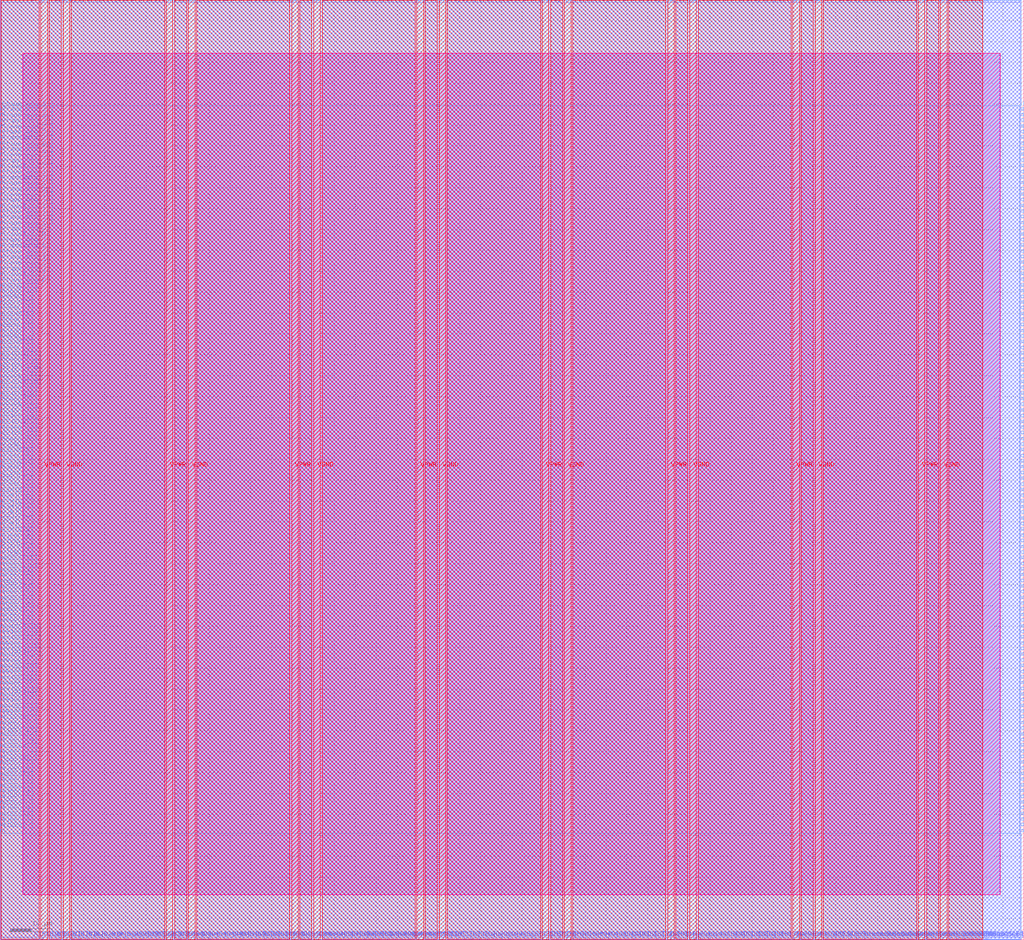
<source format=lef>
VERSION 5.7 ;
  NOWIREEXTENSIONATPIN ON ;
  DIVIDERCHAR "/" ;
  BUSBITCHARS "[]" ;
MACRO RegFile
  CLASS BLOCK ;
  FOREIGN RegFile ;
  ORIGIN 0.000 0.000 ;
  SIZE 245.000 BY 225.000 ;
  PIN E1BEG[0]
    DIRECTION OUTPUT ;
    USE SIGNAL ;
    ANTENNADIFFAREA 0.795200 ;
    PORT
      LAYER met3 ;
        RECT 244.400 91.160 245.000 91.760 ;
    END
  END E1BEG[0]
  PIN E1BEG[1]
    DIRECTION OUTPUT ;
    USE SIGNAL ;
    ANTENNADIFFAREA 0.891000 ;
    PORT
      LAYER met3 ;
        RECT 244.400 92.520 245.000 93.120 ;
    END
  END E1BEG[1]
  PIN E1BEG[2]
    DIRECTION OUTPUT ;
    USE SIGNAL ;
    ANTENNADIFFAREA 0.891000 ;
    PORT
      LAYER met3 ;
        RECT 244.400 93.880 245.000 94.480 ;
    END
  END E1BEG[2]
  PIN E1BEG[3]
    DIRECTION OUTPUT ;
    USE SIGNAL ;
    ANTENNADIFFAREA 0.891000 ;
    PORT
      LAYER met3 ;
        RECT 244.400 95.240 245.000 95.840 ;
    END
  END E1BEG[3]
  PIN E1END[0]
    DIRECTION INPUT ;
    USE SIGNAL ;
    ANTENNAGATEAREA 0.213000 ;
    PORT
      LAYER met3 ;
        RECT 0.000 91.160 0.600 91.760 ;
    END
  END E1END[0]
  PIN E1END[1]
    DIRECTION INPUT ;
    USE SIGNAL ;
    ANTENNAGATEAREA 0.495000 ;
    PORT
      LAYER met3 ;
        RECT 0.000 92.520 0.600 93.120 ;
    END
  END E1END[1]
  PIN E1END[2]
    DIRECTION INPUT ;
    USE SIGNAL ;
    ANTENNAGATEAREA 0.159000 ;
    PORT
      LAYER met3 ;
        RECT 0.000 93.880 0.600 94.480 ;
    END
  END E1END[2]
  PIN E1END[3]
    DIRECTION INPUT ;
    USE SIGNAL ;
    ANTENNAGATEAREA 0.213000 ;
    PORT
      LAYER met3 ;
        RECT 0.000 95.240 0.600 95.840 ;
    END
  END E1END[3]
  PIN E2BEG[0]
    DIRECTION OUTPUT ;
    USE SIGNAL ;
    ANTENNADIFFAREA 0.891000 ;
    PORT
      LAYER met3 ;
        RECT 244.400 96.600 245.000 97.200 ;
    END
  END E2BEG[0]
  PIN E2BEG[1]
    DIRECTION OUTPUT ;
    USE SIGNAL ;
    ANTENNADIFFAREA 1.336500 ;
    PORT
      LAYER met3 ;
        RECT 244.400 97.960 245.000 98.560 ;
    END
  END E2BEG[1]
  PIN E2BEG[2]
    DIRECTION OUTPUT ;
    USE SIGNAL ;
    ANTENNADIFFAREA 1.336500 ;
    PORT
      LAYER met3 ;
        RECT 244.400 99.320 245.000 99.920 ;
    END
  END E2BEG[2]
  PIN E2BEG[3]
    DIRECTION OUTPUT ;
    USE SIGNAL ;
    ANTENNADIFFAREA 1.336500 ;
    PORT
      LAYER met3 ;
        RECT 244.400 100.680 245.000 101.280 ;
    END
  END E2BEG[3]
  PIN E2BEG[4]
    DIRECTION OUTPUT ;
    USE SIGNAL ;
    ANTENNADIFFAREA 1.336500 ;
    PORT
      LAYER met3 ;
        RECT 244.400 102.040 245.000 102.640 ;
    END
  END E2BEG[4]
  PIN E2BEG[5]
    DIRECTION OUTPUT ;
    USE SIGNAL ;
    ANTENNADIFFAREA 1.336500 ;
    PORT
      LAYER met3 ;
        RECT 244.400 103.400 245.000 104.000 ;
    END
  END E2BEG[5]
  PIN E2BEG[6]
    DIRECTION OUTPUT ;
    USE SIGNAL ;
    ANTENNADIFFAREA 0.891000 ;
    PORT
      LAYER met3 ;
        RECT 244.400 104.760 245.000 105.360 ;
    END
  END E2BEG[6]
  PIN E2BEG[7]
    DIRECTION OUTPUT ;
    USE SIGNAL ;
    ANTENNADIFFAREA 0.891000 ;
    PORT
      LAYER met3 ;
        RECT 244.400 106.120 245.000 106.720 ;
    END
  END E2BEG[7]
  PIN E2BEGb[0]
    DIRECTION OUTPUT ;
    USE SIGNAL ;
    ANTENNADIFFAREA 0.445500 ;
    PORT
      LAYER met3 ;
        RECT 244.400 107.480 245.000 108.080 ;
    END
  END E2BEGb[0]
  PIN E2BEGb[1]
    DIRECTION OUTPUT ;
    USE SIGNAL ;
    ANTENNADIFFAREA 0.445500 ;
    PORT
      LAYER met3 ;
        RECT 244.400 108.840 245.000 109.440 ;
    END
  END E2BEGb[1]
  PIN E2BEGb[2]
    DIRECTION OUTPUT ;
    USE SIGNAL ;
    ANTENNADIFFAREA 0.445500 ;
    PORT
      LAYER met3 ;
        RECT 244.400 110.200 245.000 110.800 ;
    END
  END E2BEGb[2]
  PIN E2BEGb[3]
    DIRECTION OUTPUT ;
    USE SIGNAL ;
    ANTENNADIFFAREA 0.445500 ;
    PORT
      LAYER met3 ;
        RECT 244.400 111.560 245.000 112.160 ;
    END
  END E2BEGb[3]
  PIN E2BEGb[4]
    DIRECTION OUTPUT ;
    USE SIGNAL ;
    ANTENNADIFFAREA 0.445500 ;
    PORT
      LAYER met3 ;
        RECT 244.400 112.920 245.000 113.520 ;
    END
  END E2BEGb[4]
  PIN E2BEGb[5]
    DIRECTION OUTPUT ;
    USE SIGNAL ;
    ANTENNADIFFAREA 0.445500 ;
    PORT
      LAYER met3 ;
        RECT 244.400 114.280 245.000 114.880 ;
    END
  END E2BEGb[5]
  PIN E2BEGb[6]
    DIRECTION OUTPUT ;
    USE SIGNAL ;
    ANTENNADIFFAREA 0.445500 ;
    PORT
      LAYER met3 ;
        RECT 244.400 115.640 245.000 116.240 ;
    END
  END E2BEGb[6]
  PIN E2BEGb[7]
    DIRECTION OUTPUT ;
    USE SIGNAL ;
    ANTENNADIFFAREA 0.445500 ;
    PORT
      LAYER met3 ;
        RECT 244.400 117.000 245.000 117.600 ;
    END
  END E2BEGb[7]
  PIN E2END[0]
    DIRECTION INPUT ;
    USE SIGNAL ;
    ANTENNAGATEAREA 0.213000 ;
    PORT
      LAYER met3 ;
        RECT 0.000 107.480 0.600 108.080 ;
    END
  END E2END[0]
  PIN E2END[1]
    DIRECTION INPUT ;
    USE SIGNAL ;
    ANTENNAGATEAREA 0.126000 ;
    PORT
      LAYER met3 ;
        RECT 0.000 108.840 0.600 109.440 ;
    END
  END E2END[1]
  PIN E2END[2]
    DIRECTION INPUT ;
    USE SIGNAL ;
    ANTENNAGATEAREA 0.213000 ;
    PORT
      LAYER met3 ;
        RECT 0.000 110.200 0.600 110.800 ;
    END
  END E2END[2]
  PIN E2END[3]
    DIRECTION INPUT ;
    USE SIGNAL ;
    ANTENNAGATEAREA 0.159000 ;
    PORT
      LAYER met3 ;
        RECT 0.000 111.560 0.600 112.160 ;
    END
  END E2END[3]
  PIN E2END[4]
    DIRECTION INPUT ;
    USE SIGNAL ;
    ANTENNAGATEAREA 0.213000 ;
    PORT
      LAYER met3 ;
        RECT 0.000 112.920 0.600 113.520 ;
    END
  END E2END[4]
  PIN E2END[5]
    DIRECTION INPUT ;
    USE SIGNAL ;
    ANTENNAGATEAREA 0.495000 ;
    PORT
      LAYER met3 ;
        RECT 0.000 114.280 0.600 114.880 ;
    END
  END E2END[5]
  PIN E2END[6]
    DIRECTION INPUT ;
    USE SIGNAL ;
    ANTENNAGATEAREA 0.213000 ;
    PORT
      LAYER met3 ;
        RECT 0.000 115.640 0.600 116.240 ;
    END
  END E2END[6]
  PIN E2END[7]
    DIRECTION INPUT ;
    USE SIGNAL ;
    ANTENNAGATEAREA 0.159000 ;
    PORT
      LAYER met3 ;
        RECT 0.000 117.000 0.600 117.600 ;
    END
  END E2END[7]
  PIN E2MID[0]
    DIRECTION INPUT ;
    USE SIGNAL ;
    ANTENNAGATEAREA 0.126000 ;
    PORT
      LAYER met3 ;
        RECT 0.000 96.600 0.600 97.200 ;
    END
  END E2MID[0]
  PIN E2MID[1]
    DIRECTION INPUT ;
    USE SIGNAL ;
    ANTENNAGATEAREA 0.196500 ;
    PORT
      LAYER met3 ;
        RECT 0.000 97.960 0.600 98.560 ;
    END
  END E2MID[1]
  PIN E2MID[2]
    DIRECTION INPUT ;
    USE SIGNAL ;
    ANTENNAGATEAREA 0.159000 ;
    PORT
      LAYER met3 ;
        RECT 0.000 99.320 0.600 99.920 ;
    END
  END E2MID[2]
  PIN E2MID[3]
    DIRECTION INPUT ;
    USE SIGNAL ;
    ANTENNAGATEAREA 0.196500 ;
    PORT
      LAYER met3 ;
        RECT 0.000 100.680 0.600 101.280 ;
    END
  END E2MID[3]
  PIN E2MID[4]
    DIRECTION INPUT ;
    USE SIGNAL ;
    ANTENNAGATEAREA 0.213000 ;
    PORT
      LAYER met3 ;
        RECT 0.000 102.040 0.600 102.640 ;
    END
  END E2MID[4]
  PIN E2MID[5]
    DIRECTION INPUT ;
    USE SIGNAL ;
    ANTENNAGATEAREA 0.213000 ;
    PORT
      LAYER met3 ;
        RECT 0.000 103.400 0.600 104.000 ;
    END
  END E2MID[5]
  PIN E2MID[6]
    DIRECTION INPUT ;
    USE SIGNAL ;
    ANTENNAGATEAREA 0.213000 ;
    PORT
      LAYER met3 ;
        RECT 0.000 104.760 0.600 105.360 ;
    END
  END E2MID[6]
  PIN E2MID[7]
    DIRECTION INPUT ;
    USE SIGNAL ;
    ANTENNAGATEAREA 0.213000 ;
    PORT
      LAYER met3 ;
        RECT 0.000 106.120 0.600 106.720 ;
    END
  END E2MID[7]
  PIN E6BEG[0]
    DIRECTION OUTPUT ;
    USE SIGNAL ;
    ANTENNADIFFAREA 0.445500 ;
    PORT
      LAYER met3 ;
        RECT 244.400 140.120 245.000 140.720 ;
    END
  END E6BEG[0]
  PIN E6BEG[10]
    DIRECTION OUTPUT ;
    USE SIGNAL ;
    ANTENNADIFFAREA 0.795200 ;
    PORT
      LAYER met3 ;
        RECT 244.400 153.720 245.000 154.320 ;
    END
  END E6BEG[10]
  PIN E6BEG[11]
    DIRECTION OUTPUT ;
    USE SIGNAL ;
    ANTENNADIFFAREA 1.336500 ;
    PORT
      LAYER met3 ;
        RECT 244.400 155.080 245.000 155.680 ;
    END
  END E6BEG[11]
  PIN E6BEG[1]
    DIRECTION OUTPUT ;
    USE SIGNAL ;
    ANTENNADIFFAREA 0.445500 ;
    PORT
      LAYER met3 ;
        RECT 244.400 141.480 245.000 142.080 ;
    END
  END E6BEG[1]
  PIN E6BEG[2]
    DIRECTION OUTPUT ;
    USE SIGNAL ;
    ANTENNADIFFAREA 0.445500 ;
    PORT
      LAYER met3 ;
        RECT 244.400 142.840 245.000 143.440 ;
    END
  END E6BEG[2]
  PIN E6BEG[3]
    DIRECTION OUTPUT ;
    USE SIGNAL ;
    ANTENNADIFFAREA 0.445500 ;
    PORT
      LAYER met3 ;
        RECT 244.400 144.200 245.000 144.800 ;
    END
  END E6BEG[3]
  PIN E6BEG[4]
    DIRECTION OUTPUT ;
    USE SIGNAL ;
    ANTENNADIFFAREA 0.445500 ;
    PORT
      LAYER met3 ;
        RECT 244.400 145.560 245.000 146.160 ;
    END
  END E6BEG[4]
  PIN E6BEG[5]
    DIRECTION OUTPUT ;
    USE SIGNAL ;
    ANTENNADIFFAREA 0.445500 ;
    PORT
      LAYER met3 ;
        RECT 244.400 146.920 245.000 147.520 ;
    END
  END E6BEG[5]
  PIN E6BEG[6]
    DIRECTION OUTPUT ;
    USE SIGNAL ;
    ANTENNADIFFAREA 0.445500 ;
    PORT
      LAYER met3 ;
        RECT 244.400 148.280 245.000 148.880 ;
    END
  END E6BEG[6]
  PIN E6BEG[7]
    DIRECTION OUTPUT ;
    USE SIGNAL ;
    ANTENNADIFFAREA 0.445500 ;
    PORT
      LAYER met3 ;
        RECT 244.400 149.640 245.000 150.240 ;
    END
  END E6BEG[7]
  PIN E6BEG[8]
    DIRECTION OUTPUT ;
    USE SIGNAL ;
    ANTENNADIFFAREA 0.445500 ;
    PORT
      LAYER met3 ;
        RECT 244.400 151.000 245.000 151.600 ;
    END
  END E6BEG[8]
  PIN E6BEG[9]
    DIRECTION OUTPUT ;
    USE SIGNAL ;
    ANTENNADIFFAREA 0.445500 ;
    PORT
      LAYER met3 ;
        RECT 244.400 152.360 245.000 152.960 ;
    END
  END E6BEG[9]
  PIN E6END[0]
    DIRECTION INPUT ;
    USE SIGNAL ;
    ANTENNAGATEAREA 0.126000 ;
    PORT
      LAYER met3 ;
        RECT 0.000 140.120 0.600 140.720 ;
    END
  END E6END[0]
  PIN E6END[10]
    DIRECTION INPUT ;
    USE SIGNAL ;
    ANTENNAGATEAREA 0.631200 ;
    ANTENNADIFFAREA 0.434700 ;
    PORT
      LAYER met3 ;
        RECT 0.000 153.720 0.600 154.320 ;
    END
  END E6END[10]
  PIN E6END[11]
    DIRECTION INPUT ;
    USE SIGNAL ;
    ANTENNAGATEAREA 0.631200 ;
    ANTENNADIFFAREA 0.434700 ;
    PORT
      LAYER met3 ;
        RECT 0.000 155.080 0.600 155.680 ;
    END
  END E6END[11]
  PIN E6END[1]
    DIRECTION INPUT ;
    USE SIGNAL ;
    ANTENNAGATEAREA 0.213000 ;
    PORT
      LAYER met3 ;
        RECT 0.000 141.480 0.600 142.080 ;
    END
  END E6END[1]
  PIN E6END[2]
    DIRECTION INPUT ;
    USE SIGNAL ;
    ANTENNAGATEAREA 0.631200 ;
    ANTENNADIFFAREA 0.434700 ;
    PORT
      LAYER met3 ;
        RECT 0.000 142.840 0.600 143.440 ;
    END
  END E6END[2]
  PIN E6END[3]
    DIRECTION INPUT ;
    USE SIGNAL ;
    ANTENNAGATEAREA 1.065900 ;
    ANTENNADIFFAREA 0.869400 ;
    PORT
      LAYER met3 ;
        RECT 0.000 144.200 0.600 144.800 ;
    END
  END E6END[3]
  PIN E6END[4]
    DIRECTION INPUT ;
    USE SIGNAL ;
    ANTENNAGATEAREA 0.196500 ;
    PORT
      LAYER met3 ;
        RECT 0.000 145.560 0.600 146.160 ;
    END
  END E6END[4]
  PIN E6END[5]
    DIRECTION INPUT ;
    USE SIGNAL ;
    ANTENNAGATEAREA 0.631200 ;
    ANTENNADIFFAREA 0.434700 ;
    PORT
      LAYER met3 ;
        RECT 0.000 146.920 0.600 147.520 ;
    END
  END E6END[5]
  PIN E6END[6]
    DIRECTION INPUT ;
    USE SIGNAL ;
    ANTENNAGATEAREA 1.065900 ;
    ANTENNADIFFAREA 0.869400 ;
    PORT
      LAYER met3 ;
        RECT 0.000 148.280 0.600 148.880 ;
    END
  END E6END[6]
  PIN E6END[7]
    DIRECTION INPUT ;
    USE SIGNAL ;
    ANTENNAGATEAREA 1.065900 ;
    ANTENNADIFFAREA 0.869400 ;
    PORT
      LAYER met3 ;
        RECT 0.000 149.640 0.600 150.240 ;
    END
  END E6END[7]
  PIN E6END[8]
    DIRECTION INPUT ;
    USE SIGNAL ;
    ANTENNAGATEAREA 1.065900 ;
    ANTENNADIFFAREA 0.869400 ;
    PORT
      LAYER met3 ;
        RECT 0.000 151.000 0.600 151.600 ;
    END
  END E6END[8]
  PIN E6END[9]
    DIRECTION INPUT ;
    USE SIGNAL ;
    ANTENNAGATEAREA 1.065900 ;
    ANTENNADIFFAREA 0.869400 ;
    PORT
      LAYER met3 ;
        RECT 0.000 152.360 0.600 152.960 ;
    END
  END E6END[9]
  PIN EE4BEG[0]
    DIRECTION OUTPUT ;
    USE SIGNAL ;
    ANTENNADIFFAREA 0.445500 ;
    PORT
      LAYER met3 ;
        RECT 244.400 118.360 245.000 118.960 ;
    END
  END EE4BEG[0]
  PIN EE4BEG[10]
    DIRECTION OUTPUT ;
    USE SIGNAL ;
    ANTENNADIFFAREA 0.445500 ;
    PORT
      LAYER met3 ;
        RECT 244.400 131.960 245.000 132.560 ;
    END
  END EE4BEG[10]
  PIN EE4BEG[11]
    DIRECTION OUTPUT ;
    USE SIGNAL ;
    ANTENNADIFFAREA 0.445500 ;
    PORT
      LAYER met3 ;
        RECT 244.400 133.320 245.000 133.920 ;
    END
  END EE4BEG[11]
  PIN EE4BEG[12]
    DIRECTION OUTPUT ;
    USE SIGNAL ;
    ANTENNADIFFAREA 0.445500 ;
    PORT
      LAYER met3 ;
        RECT 244.400 134.680 245.000 135.280 ;
    END
  END EE4BEG[12]
  PIN EE4BEG[13]
    DIRECTION OUTPUT ;
    USE SIGNAL ;
    ANTENNADIFFAREA 1.336500 ;
    PORT
      LAYER met3 ;
        RECT 244.400 136.040 245.000 136.640 ;
    END
  END EE4BEG[13]
  PIN EE4BEG[14]
    DIRECTION OUTPUT ;
    USE SIGNAL ;
    ANTENNADIFFAREA 0.795200 ;
    PORT
      LAYER met3 ;
        RECT 244.400 137.400 245.000 138.000 ;
    END
  END EE4BEG[14]
  PIN EE4BEG[15]
    DIRECTION OUTPUT ;
    USE SIGNAL ;
    ANTENNADIFFAREA 0.795200 ;
    PORT
      LAYER met3 ;
        RECT 244.400 138.760 245.000 139.360 ;
    END
  END EE4BEG[15]
  PIN EE4BEG[1]
    DIRECTION OUTPUT ;
    USE SIGNAL ;
    ANTENNADIFFAREA 0.445500 ;
    PORT
      LAYER met3 ;
        RECT 244.400 119.720 245.000 120.320 ;
    END
  END EE4BEG[1]
  PIN EE4BEG[2]
    DIRECTION OUTPUT ;
    USE SIGNAL ;
    ANTENNADIFFAREA 0.445500 ;
    PORT
      LAYER met3 ;
        RECT 244.400 121.080 245.000 121.680 ;
    END
  END EE4BEG[2]
  PIN EE4BEG[3]
    DIRECTION OUTPUT ;
    USE SIGNAL ;
    ANTENNADIFFAREA 0.445500 ;
    PORT
      LAYER met3 ;
        RECT 244.400 122.440 245.000 123.040 ;
    END
  END EE4BEG[3]
  PIN EE4BEG[4]
    DIRECTION OUTPUT ;
    USE SIGNAL ;
    ANTENNADIFFAREA 0.445500 ;
    PORT
      LAYER met3 ;
        RECT 244.400 123.800 245.000 124.400 ;
    END
  END EE4BEG[4]
  PIN EE4BEG[5]
    DIRECTION OUTPUT ;
    USE SIGNAL ;
    ANTENNADIFFAREA 0.445500 ;
    PORT
      LAYER met3 ;
        RECT 244.400 125.160 245.000 125.760 ;
    END
  END EE4BEG[5]
  PIN EE4BEG[6]
    DIRECTION OUTPUT ;
    USE SIGNAL ;
    ANTENNADIFFAREA 0.445500 ;
    PORT
      LAYER met3 ;
        RECT 244.400 126.520 245.000 127.120 ;
    END
  END EE4BEG[6]
  PIN EE4BEG[7]
    DIRECTION OUTPUT ;
    USE SIGNAL ;
    ANTENNADIFFAREA 0.445500 ;
    PORT
      LAYER met3 ;
        RECT 244.400 127.880 245.000 128.480 ;
    END
  END EE4BEG[7]
  PIN EE4BEG[8]
    DIRECTION OUTPUT ;
    USE SIGNAL ;
    ANTENNADIFFAREA 0.445500 ;
    PORT
      LAYER met3 ;
        RECT 244.400 129.240 245.000 129.840 ;
    END
  END EE4BEG[8]
  PIN EE4BEG[9]
    DIRECTION OUTPUT ;
    USE SIGNAL ;
    ANTENNADIFFAREA 0.445500 ;
    PORT
      LAYER met3 ;
        RECT 244.400 130.600 245.000 131.200 ;
    END
  END EE4BEG[9]
  PIN EE4END[0]
    DIRECTION INPUT ;
    USE SIGNAL ;
    ANTENNAGATEAREA 0.213000 ;
    PORT
      LAYER met3 ;
        RECT 0.000 118.360 0.600 118.960 ;
    END
  END EE4END[0]
  PIN EE4END[10]
    DIRECTION INPUT ;
    USE SIGNAL ;
    ANTENNAGATEAREA 0.631200 ;
    ANTENNADIFFAREA 0.434700 ;
    PORT
      LAYER met3 ;
        RECT 0.000 131.960 0.600 132.560 ;
    END
  END EE4END[10]
  PIN EE4END[11]
    DIRECTION INPUT ;
    USE SIGNAL ;
    ANTENNAGATEAREA 0.631200 ;
    ANTENNADIFFAREA 0.434700 ;
    PORT
      LAYER met3 ;
        RECT 0.000 133.320 0.600 133.920 ;
    END
  END EE4END[11]
  PIN EE4END[12]
    DIRECTION INPUT ;
    USE SIGNAL ;
    ANTENNAGATEAREA 0.631200 ;
    ANTENNADIFFAREA 0.434700 ;
    PORT
      LAYER met3 ;
        RECT 0.000 134.680 0.600 135.280 ;
    END
  END EE4END[12]
  PIN EE4END[13]
    DIRECTION INPUT ;
    USE SIGNAL ;
    ANTENNAGATEAREA 0.631200 ;
    ANTENNADIFFAREA 0.434700 ;
    PORT
      LAYER met3 ;
        RECT 0.000 136.040 0.600 136.640 ;
    END
  END EE4END[13]
  PIN EE4END[14]
    DIRECTION INPUT ;
    USE SIGNAL ;
    ANTENNAGATEAREA 0.631200 ;
    ANTENNADIFFAREA 0.434700 ;
    PORT
      LAYER met3 ;
        RECT 0.000 137.400 0.600 138.000 ;
    END
  END EE4END[14]
  PIN EE4END[15]
    DIRECTION INPUT ;
    USE SIGNAL ;
    ANTENNAGATEAREA 1.065900 ;
    ANTENNADIFFAREA 0.869400 ;
    PORT
      LAYER met3 ;
        RECT 0.000 138.760 0.600 139.360 ;
    END
  END EE4END[15]
  PIN EE4END[1]
    DIRECTION INPUT ;
    USE SIGNAL ;
    ANTENNAGATEAREA 0.159000 ;
    PORT
      LAYER met3 ;
        RECT 0.000 119.720 0.600 120.320 ;
    END
  END EE4END[1]
  PIN EE4END[2]
    DIRECTION INPUT ;
    USE SIGNAL ;
    ANTENNAGATEAREA 0.159000 ;
    PORT
      LAYER met3 ;
        RECT 0.000 121.080 0.600 121.680 ;
    END
  END EE4END[2]
  PIN EE4END[3]
    DIRECTION INPUT ;
    USE SIGNAL ;
    ANTENNAGATEAREA 0.495000 ;
    PORT
      LAYER met3 ;
        RECT 0.000 122.440 0.600 123.040 ;
    END
  END EE4END[3]
  PIN EE4END[4]
    DIRECTION INPUT ;
    USE SIGNAL ;
    ANTENNAGATEAREA 0.631200 ;
    ANTENNADIFFAREA 0.434700 ;
    PORT
      LAYER met3 ;
        RECT 0.000 123.800 0.600 124.400 ;
    END
  END EE4END[4]
  PIN EE4END[5]
    DIRECTION INPUT ;
    USE SIGNAL ;
    ANTENNAGATEAREA 0.196500 ;
    PORT
      LAYER met3 ;
        RECT 0.000 125.160 0.600 125.760 ;
    END
  END EE4END[5]
  PIN EE4END[6]
    DIRECTION INPUT ;
    USE SIGNAL ;
    ANTENNAGATEAREA 0.631200 ;
    ANTENNADIFFAREA 0.434700 ;
    PORT
      LAYER met3 ;
        RECT 0.000 126.520 0.600 127.120 ;
    END
  END EE4END[6]
  PIN EE4END[7]
    DIRECTION INPUT ;
    USE SIGNAL ;
    ANTENNAGATEAREA 0.631200 ;
    ANTENNADIFFAREA 0.434700 ;
    PORT
      LAYER met3 ;
        RECT 0.000 127.880 0.600 128.480 ;
    END
  END EE4END[7]
  PIN EE4END[8]
    DIRECTION INPUT ;
    USE SIGNAL ;
    ANTENNAGATEAREA 0.631200 ;
    ANTENNADIFFAREA 0.434700 ;
    PORT
      LAYER met3 ;
        RECT 0.000 129.240 0.600 129.840 ;
    END
  END EE4END[8]
  PIN EE4END[9]
    DIRECTION INPUT ;
    USE SIGNAL ;
    ANTENNAGATEAREA 1.065900 ;
    ANTENNADIFFAREA 0.869400 ;
    PORT
      LAYER met3 ;
        RECT 0.000 130.600 0.600 131.200 ;
    END
  END EE4END[9]
  PIN FrameData[0]
    DIRECTION INPUT ;
    USE SIGNAL ;
    ANTENNAGATEAREA 0.159000 ;
    PORT
      LAYER met3 ;
        RECT 0.000 156.440 0.600 157.040 ;
    END
  END FrameData[0]
  PIN FrameData[10]
    DIRECTION INPUT ;
    USE SIGNAL ;
    ANTENNAGATEAREA 0.213000 ;
    PORT
      LAYER met3 ;
        RECT 0.000 170.040 0.600 170.640 ;
    END
  END FrameData[10]
  PIN FrameData[11]
    DIRECTION INPUT ;
    USE SIGNAL ;
    ANTENNAGATEAREA 0.213000 ;
    PORT
      LAYER met3 ;
        RECT 0.000 171.400 0.600 172.000 ;
    END
  END FrameData[11]
  PIN FrameData[12]
    DIRECTION INPUT ;
    USE SIGNAL ;
    ANTENNAGATEAREA 0.159000 ;
    PORT
      LAYER met3 ;
        RECT 0.000 172.760 0.600 173.360 ;
    END
  END FrameData[12]
  PIN FrameData[13]
    DIRECTION INPUT ;
    USE SIGNAL ;
    ANTENNAGATEAREA 0.159000 ;
    PORT
      LAYER met3 ;
        RECT 0.000 174.120 0.600 174.720 ;
    END
  END FrameData[13]
  PIN FrameData[14]
    DIRECTION INPUT ;
    USE SIGNAL ;
    ANTENNAGATEAREA 0.159000 ;
    PORT
      LAYER met3 ;
        RECT 0.000 175.480 0.600 176.080 ;
    END
  END FrameData[14]
  PIN FrameData[15]
    DIRECTION INPUT ;
    USE SIGNAL ;
    ANTENNAGATEAREA 0.593700 ;
    ANTENNADIFFAREA 0.434700 ;
    PORT
      LAYER met3 ;
        RECT 0.000 176.840 0.600 177.440 ;
    END
  END FrameData[15]
  PIN FrameData[16]
    DIRECTION INPUT ;
    USE SIGNAL ;
    ANTENNAGATEAREA 0.159000 ;
    PORT
      LAYER met3 ;
        RECT 0.000 178.200 0.600 178.800 ;
    END
  END FrameData[16]
  PIN FrameData[17]
    DIRECTION INPUT ;
    USE SIGNAL ;
    ANTENNAGATEAREA 0.159000 ;
    PORT
      LAYER met3 ;
        RECT 0.000 179.560 0.600 180.160 ;
    END
  END FrameData[17]
  PIN FrameData[18]
    DIRECTION INPUT ;
    USE SIGNAL ;
    ANTENNAGATEAREA 0.213000 ;
    PORT
      LAYER met3 ;
        RECT 0.000 180.920 0.600 181.520 ;
    END
  END FrameData[18]
  PIN FrameData[19]
    DIRECTION INPUT ;
    USE SIGNAL ;
    ANTENNAGATEAREA 0.213000 ;
    PORT
      LAYER met3 ;
        RECT 0.000 182.280 0.600 182.880 ;
    END
  END FrameData[19]
  PIN FrameData[1]
    DIRECTION INPUT ;
    USE SIGNAL ;
    ANTENNAGATEAREA 0.159000 ;
    PORT
      LAYER met3 ;
        RECT 0.000 157.800 0.600 158.400 ;
    END
  END FrameData[1]
  PIN FrameData[20]
    DIRECTION INPUT ;
    USE SIGNAL ;
    ANTENNAGATEAREA 0.159000 ;
    PORT
      LAYER met3 ;
        RECT 0.000 183.640 0.600 184.240 ;
    END
  END FrameData[20]
  PIN FrameData[21]
    DIRECTION INPUT ;
    USE SIGNAL ;
    ANTENNAGATEAREA 0.159000 ;
    PORT
      LAYER met3 ;
        RECT 0.000 185.000 0.600 185.600 ;
    END
  END FrameData[21]
  PIN FrameData[22]
    DIRECTION INPUT ;
    USE SIGNAL ;
    ANTENNAGATEAREA 0.159000 ;
    PORT
      LAYER met3 ;
        RECT 0.000 186.360 0.600 186.960 ;
    END
  END FrameData[22]
  PIN FrameData[23]
    DIRECTION INPUT ;
    USE SIGNAL ;
    ANTENNAGATEAREA 0.159000 ;
    PORT
      LAYER met3 ;
        RECT 0.000 187.720 0.600 188.320 ;
    END
  END FrameData[23]
  PIN FrameData[24]
    DIRECTION INPUT ;
    USE SIGNAL ;
    ANTENNAGATEAREA 0.213000 ;
    PORT
      LAYER met3 ;
        RECT 0.000 189.080 0.600 189.680 ;
    END
  END FrameData[24]
  PIN FrameData[25]
    DIRECTION INPUT ;
    USE SIGNAL ;
    ANTENNAGATEAREA 0.213000 ;
    PORT
      LAYER met3 ;
        RECT 0.000 190.440 0.600 191.040 ;
    END
  END FrameData[25]
  PIN FrameData[26]
    DIRECTION INPUT ;
    USE SIGNAL ;
    ANTENNAGATEAREA 0.159000 ;
    PORT
      LAYER met3 ;
        RECT 0.000 191.800 0.600 192.400 ;
    END
  END FrameData[26]
  PIN FrameData[27]
    DIRECTION INPUT ;
    USE SIGNAL ;
    ANTENNAGATEAREA 0.159000 ;
    PORT
      LAYER met3 ;
        RECT 0.000 193.160 0.600 193.760 ;
    END
  END FrameData[27]
  PIN FrameData[28]
    DIRECTION INPUT ;
    USE SIGNAL ;
    ANTENNAGATEAREA 0.159000 ;
    PORT
      LAYER met3 ;
        RECT 0.000 194.520 0.600 195.120 ;
    END
  END FrameData[28]
  PIN FrameData[29]
    DIRECTION INPUT ;
    USE SIGNAL ;
    ANTENNAGATEAREA 0.159000 ;
    PORT
      LAYER met3 ;
        RECT 0.000 195.880 0.600 196.480 ;
    END
  END FrameData[29]
  PIN FrameData[2]
    DIRECTION INPUT ;
    USE SIGNAL ;
    ANTENNAGATEAREA 0.159000 ;
    PORT
      LAYER met3 ;
        RECT 0.000 159.160 0.600 159.760 ;
    END
  END FrameData[2]
  PIN FrameData[30]
    DIRECTION INPUT ;
    USE SIGNAL ;
    ANTENNAGATEAREA 0.213000 ;
    PORT
      LAYER met3 ;
        RECT 0.000 197.240 0.600 197.840 ;
    END
  END FrameData[30]
  PIN FrameData[31]
    DIRECTION INPUT ;
    USE SIGNAL ;
    ANTENNAGATEAREA 0.213000 ;
    PORT
      LAYER met3 ;
        RECT 0.000 198.600 0.600 199.200 ;
    END
  END FrameData[31]
  PIN FrameData[3]
    DIRECTION INPUT ;
    USE SIGNAL ;
    ANTENNAGATEAREA 0.159000 ;
    PORT
      LAYER met3 ;
        RECT 0.000 160.520 0.600 161.120 ;
    END
  END FrameData[3]
  PIN FrameData[4]
    DIRECTION INPUT ;
    USE SIGNAL ;
    ANTENNAGATEAREA 0.159000 ;
    PORT
      LAYER met3 ;
        RECT 0.000 161.880 0.600 162.480 ;
    END
  END FrameData[4]
  PIN FrameData[5]
    DIRECTION INPUT ;
    USE SIGNAL ;
    ANTENNAGATEAREA 0.159000 ;
    PORT
      LAYER met3 ;
        RECT 0.000 163.240 0.600 163.840 ;
    END
  END FrameData[5]
  PIN FrameData[6]
    DIRECTION INPUT ;
    USE SIGNAL ;
    ANTENNAGATEAREA 0.213000 ;
    PORT
      LAYER met3 ;
        RECT 0.000 164.600 0.600 165.200 ;
    END
  END FrameData[6]
  PIN FrameData[7]
    DIRECTION INPUT ;
    USE SIGNAL ;
    ANTENNAGATEAREA 0.159000 ;
    PORT
      LAYER met3 ;
        RECT 0.000 165.960 0.600 166.560 ;
    END
  END FrameData[7]
  PIN FrameData[8]
    DIRECTION INPUT ;
    USE SIGNAL ;
    ANTENNAGATEAREA 0.213000 ;
    PORT
      LAYER met3 ;
        RECT 0.000 167.320 0.600 167.920 ;
    END
  END FrameData[8]
  PIN FrameData[9]
    DIRECTION INPUT ;
    USE SIGNAL ;
    ANTENNAGATEAREA 0.159000 ;
    PORT
      LAYER met3 ;
        RECT 0.000 168.680 0.600 169.280 ;
    END
  END FrameData[9]
  PIN FrameData_O[0]
    DIRECTION OUTPUT ;
    USE SIGNAL ;
    ANTENNADIFFAREA 0.445500 ;
    PORT
      LAYER met3 ;
        RECT 244.400 156.440 245.000 157.040 ;
    END
  END FrameData_O[0]
  PIN FrameData_O[10]
    DIRECTION OUTPUT ;
    USE SIGNAL ;
    ANTENNADIFFAREA 0.445500 ;
    PORT
      LAYER met3 ;
        RECT 244.400 170.040 245.000 170.640 ;
    END
  END FrameData_O[10]
  PIN FrameData_O[11]
    DIRECTION OUTPUT ;
    USE SIGNAL ;
    ANTENNADIFFAREA 0.445500 ;
    PORT
      LAYER met3 ;
        RECT 244.400 171.400 245.000 172.000 ;
    END
  END FrameData_O[11]
  PIN FrameData_O[12]
    DIRECTION OUTPUT ;
    USE SIGNAL ;
    ANTENNADIFFAREA 0.445500 ;
    PORT
      LAYER met3 ;
        RECT 244.400 172.760 245.000 173.360 ;
    END
  END FrameData_O[12]
  PIN FrameData_O[13]
    DIRECTION OUTPUT ;
    USE SIGNAL ;
    ANTENNADIFFAREA 0.445500 ;
    PORT
      LAYER met3 ;
        RECT 244.400 174.120 245.000 174.720 ;
    END
  END FrameData_O[13]
  PIN FrameData_O[14]
    DIRECTION OUTPUT ;
    USE SIGNAL ;
    ANTENNADIFFAREA 0.445500 ;
    PORT
      LAYER met3 ;
        RECT 244.400 175.480 245.000 176.080 ;
    END
  END FrameData_O[14]
  PIN FrameData_O[15]
    DIRECTION OUTPUT ;
    USE SIGNAL ;
    ANTENNADIFFAREA 0.445500 ;
    PORT
      LAYER met3 ;
        RECT 244.400 176.840 245.000 177.440 ;
    END
  END FrameData_O[15]
  PIN FrameData_O[16]
    DIRECTION OUTPUT ;
    USE SIGNAL ;
    ANTENNADIFFAREA 0.445500 ;
    PORT
      LAYER met3 ;
        RECT 244.400 178.200 245.000 178.800 ;
    END
  END FrameData_O[16]
  PIN FrameData_O[17]
    DIRECTION OUTPUT ;
    USE SIGNAL ;
    ANTENNADIFFAREA 0.445500 ;
    PORT
      LAYER met3 ;
        RECT 244.400 179.560 245.000 180.160 ;
    END
  END FrameData_O[17]
  PIN FrameData_O[18]
    DIRECTION OUTPUT ;
    USE SIGNAL ;
    ANTENNADIFFAREA 0.445500 ;
    PORT
      LAYER met3 ;
        RECT 244.400 180.920 245.000 181.520 ;
    END
  END FrameData_O[18]
  PIN FrameData_O[19]
    DIRECTION OUTPUT ;
    USE SIGNAL ;
    ANTENNADIFFAREA 0.445500 ;
    PORT
      LAYER met3 ;
        RECT 244.400 182.280 245.000 182.880 ;
    END
  END FrameData_O[19]
  PIN FrameData_O[1]
    DIRECTION OUTPUT ;
    USE SIGNAL ;
    ANTENNADIFFAREA 0.445500 ;
    PORT
      LAYER met3 ;
        RECT 244.400 157.800 245.000 158.400 ;
    END
  END FrameData_O[1]
  PIN FrameData_O[20]
    DIRECTION OUTPUT ;
    USE SIGNAL ;
    ANTENNADIFFAREA 0.445500 ;
    PORT
      LAYER met3 ;
        RECT 244.400 183.640 245.000 184.240 ;
    END
  END FrameData_O[20]
  PIN FrameData_O[21]
    DIRECTION OUTPUT ;
    USE SIGNAL ;
    ANTENNADIFFAREA 0.445500 ;
    PORT
      LAYER met3 ;
        RECT 244.400 185.000 245.000 185.600 ;
    END
  END FrameData_O[21]
  PIN FrameData_O[22]
    DIRECTION OUTPUT ;
    USE SIGNAL ;
    ANTENNADIFFAREA 0.445500 ;
    PORT
      LAYER met3 ;
        RECT 244.400 186.360 245.000 186.960 ;
    END
  END FrameData_O[22]
  PIN FrameData_O[23]
    DIRECTION OUTPUT ;
    USE SIGNAL ;
    ANTENNADIFFAREA 0.445500 ;
    PORT
      LAYER met3 ;
        RECT 244.400 187.720 245.000 188.320 ;
    END
  END FrameData_O[23]
  PIN FrameData_O[24]
    DIRECTION OUTPUT ;
    USE SIGNAL ;
    ANTENNADIFFAREA 0.445500 ;
    PORT
      LAYER met3 ;
        RECT 244.400 189.080 245.000 189.680 ;
    END
  END FrameData_O[24]
  PIN FrameData_O[25]
    DIRECTION OUTPUT ;
    USE SIGNAL ;
    ANTENNADIFFAREA 0.445500 ;
    PORT
      LAYER met3 ;
        RECT 244.400 190.440 245.000 191.040 ;
    END
  END FrameData_O[25]
  PIN FrameData_O[26]
    DIRECTION OUTPUT ;
    USE SIGNAL ;
    ANTENNADIFFAREA 0.445500 ;
    PORT
      LAYER met3 ;
        RECT 244.400 191.800 245.000 192.400 ;
    END
  END FrameData_O[26]
  PIN FrameData_O[27]
    DIRECTION OUTPUT ;
    USE SIGNAL ;
    ANTENNADIFFAREA 0.445500 ;
    PORT
      LAYER met3 ;
        RECT 244.400 193.160 245.000 193.760 ;
    END
  END FrameData_O[27]
  PIN FrameData_O[28]
    DIRECTION OUTPUT ;
    USE SIGNAL ;
    ANTENNADIFFAREA 0.445500 ;
    PORT
      LAYER met3 ;
        RECT 244.400 194.520 245.000 195.120 ;
    END
  END FrameData_O[28]
  PIN FrameData_O[29]
    DIRECTION OUTPUT ;
    USE SIGNAL ;
    ANTENNADIFFAREA 0.445500 ;
    PORT
      LAYER met3 ;
        RECT 244.400 195.880 245.000 196.480 ;
    END
  END FrameData_O[29]
  PIN FrameData_O[2]
    DIRECTION OUTPUT ;
    USE SIGNAL ;
    ANTENNADIFFAREA 0.445500 ;
    PORT
      LAYER met3 ;
        RECT 244.400 159.160 245.000 159.760 ;
    END
  END FrameData_O[2]
  PIN FrameData_O[30]
    DIRECTION OUTPUT ;
    USE SIGNAL ;
    ANTENNADIFFAREA 0.445500 ;
    PORT
      LAYER met3 ;
        RECT 244.400 197.240 245.000 197.840 ;
    END
  END FrameData_O[30]
  PIN FrameData_O[31]
    DIRECTION OUTPUT ;
    USE SIGNAL ;
    ANTENNADIFFAREA 0.445500 ;
    PORT
      LAYER met3 ;
        RECT 244.400 198.600 245.000 199.200 ;
    END
  END FrameData_O[31]
  PIN FrameData_O[3]
    DIRECTION OUTPUT ;
    USE SIGNAL ;
    ANTENNADIFFAREA 0.445500 ;
    PORT
      LAYER met3 ;
        RECT 244.400 160.520 245.000 161.120 ;
    END
  END FrameData_O[3]
  PIN FrameData_O[4]
    DIRECTION OUTPUT ;
    USE SIGNAL ;
    ANTENNADIFFAREA 0.445500 ;
    PORT
      LAYER met3 ;
        RECT 244.400 161.880 245.000 162.480 ;
    END
  END FrameData_O[4]
  PIN FrameData_O[5]
    DIRECTION OUTPUT ;
    USE SIGNAL ;
    ANTENNADIFFAREA 0.445500 ;
    PORT
      LAYER met3 ;
        RECT 244.400 163.240 245.000 163.840 ;
    END
  END FrameData_O[5]
  PIN FrameData_O[6]
    DIRECTION OUTPUT ;
    USE SIGNAL ;
    ANTENNADIFFAREA 0.445500 ;
    PORT
      LAYER met3 ;
        RECT 244.400 164.600 245.000 165.200 ;
    END
  END FrameData_O[6]
  PIN FrameData_O[7]
    DIRECTION OUTPUT ;
    USE SIGNAL ;
    ANTENNADIFFAREA 0.445500 ;
    PORT
      LAYER met3 ;
        RECT 244.400 165.960 245.000 166.560 ;
    END
  END FrameData_O[7]
  PIN FrameData_O[8]
    DIRECTION OUTPUT ;
    USE SIGNAL ;
    ANTENNADIFFAREA 0.445500 ;
    PORT
      LAYER met3 ;
        RECT 244.400 167.320 245.000 167.920 ;
    END
  END FrameData_O[8]
  PIN FrameData_O[9]
    DIRECTION OUTPUT ;
    USE SIGNAL ;
    ANTENNADIFFAREA 0.445500 ;
    PORT
      LAYER met3 ;
        RECT 244.400 168.680 245.000 169.280 ;
    END
  END FrameData_O[9]
  PIN FrameStrobe[0]
    DIRECTION INPUT ;
    USE SIGNAL ;
    ANTENNAGATEAREA 0.585000 ;
    PORT
      LAYER met2 ;
        RECT 201.110 0.000 201.390 0.280 ;
    END
  END FrameStrobe[0]
  PIN FrameStrobe[10]
    DIRECTION INPUT ;
    USE SIGNAL ;
    ANTENNAGATEAREA 0.647700 ;
    ANTENNADIFFAREA 0.434700 ;
    PORT
      LAYER met2 ;
        RECT 219.510 0.000 219.790 0.280 ;
    END
  END FrameStrobe[10]
  PIN FrameStrobe[11]
    DIRECTION INPUT ;
    USE SIGNAL ;
    ANTENNAGATEAREA 1.241400 ;
    ANTENNADIFFAREA 0.869400 ;
    PORT
      LAYER met2 ;
        RECT 221.350 0.000 221.630 0.280 ;
    END
  END FrameStrobe[11]
  PIN FrameStrobe[12]
    DIRECTION INPUT ;
    USE SIGNAL ;
    ANTENNAGATEAREA 0.213000 ;
    PORT
      LAYER met2 ;
        RECT 223.190 0.000 223.470 0.280 ;
    END
  END FrameStrobe[12]
  PIN FrameStrobe[13]
    DIRECTION INPUT ;
    USE SIGNAL ;
    ANTENNAGATEAREA 0.631200 ;
    ANTENNADIFFAREA 0.434700 ;
    PORT
      LAYER met2 ;
        RECT 225.030 0.000 225.310 0.280 ;
    END
  END FrameStrobe[13]
  PIN FrameStrobe[14]
    DIRECTION INPUT ;
    USE SIGNAL ;
    ANTENNAGATEAREA 0.631200 ;
    ANTENNADIFFAREA 0.434700 ;
    PORT
      LAYER met2 ;
        RECT 226.870 0.000 227.150 0.280 ;
    END
  END FrameStrobe[14]
  PIN FrameStrobe[15]
    DIRECTION INPUT ;
    USE SIGNAL ;
    ANTENNAGATEAREA 0.631200 ;
    ANTENNADIFFAREA 0.434700 ;
    PORT
      LAYER met2 ;
        RECT 228.710 0.000 228.990 0.280 ;
    END
  END FrameStrobe[15]
  PIN FrameStrobe[16]
    DIRECTION INPUT ;
    USE SIGNAL ;
    ANTENNAGATEAREA 0.631200 ;
    ANTENNADIFFAREA 0.434700 ;
    PORT
      LAYER met2 ;
        RECT 230.550 0.000 230.830 0.280 ;
    END
  END FrameStrobe[16]
  PIN FrameStrobe[17]
    DIRECTION INPUT ;
    USE SIGNAL ;
    ANTENNAGATEAREA 1.065900 ;
    ANTENNADIFFAREA 0.869400 ;
    PORT
      LAYER met2 ;
        RECT 232.390 0.000 232.670 0.280 ;
    END
  END FrameStrobe[17]
  PIN FrameStrobe[18]
    DIRECTION INPUT ;
    USE SIGNAL ;
    ANTENNAGATEAREA 0.631200 ;
    ANTENNADIFFAREA 0.434700 ;
    PORT
      LAYER met2 ;
        RECT 234.230 0.000 234.510 0.280 ;
    END
  END FrameStrobe[18]
  PIN FrameStrobe[19]
    DIRECTION INPUT ;
    USE SIGNAL ;
    ANTENNAGATEAREA 0.631200 ;
    ANTENNADIFFAREA 0.434700 ;
    PORT
      LAYER met2 ;
        RECT 236.070 0.000 236.350 0.280 ;
    END
  END FrameStrobe[19]
  PIN FrameStrobe[1]
    DIRECTION INPUT ;
    USE SIGNAL ;
    ANTENNAGATEAREA 0.647700 ;
    ANTENNADIFFAREA 0.434700 ;
    PORT
      LAYER met2 ;
        RECT 202.950 0.000 203.230 0.280 ;
    END
  END FrameStrobe[1]
  PIN FrameStrobe[2]
    DIRECTION INPUT ;
    USE SIGNAL ;
    ANTENNAGATEAREA 0.213000 ;
    PORT
      LAYER met2 ;
        RECT 204.790 0.000 205.070 0.280 ;
    END
  END FrameStrobe[2]
  PIN FrameStrobe[3]
    DIRECTION INPUT ;
    USE SIGNAL ;
    ANTENNAGATEAREA 0.213000 ;
    PORT
      LAYER met2 ;
        RECT 206.630 0.000 206.910 0.280 ;
    END
  END FrameStrobe[3]
  PIN FrameStrobe[4]
    DIRECTION INPUT ;
    USE SIGNAL ;
    ANTENNAGATEAREA 0.647700 ;
    ANTENNADIFFAREA 0.434700 ;
    PORT
      LAYER met2 ;
        RECT 208.470 0.000 208.750 0.280 ;
    END
  END FrameStrobe[4]
  PIN FrameStrobe[5]
    DIRECTION INPUT ;
    USE SIGNAL ;
    ANTENNAGATEAREA 0.657000 ;
    PORT
      LAYER met2 ;
        RECT 210.310 0.000 210.590 0.280 ;
    END
  END FrameStrobe[5]
  PIN FrameStrobe[6]
    DIRECTION INPUT ;
    USE SIGNAL ;
    ANTENNAGATEAREA 0.647700 ;
    ANTENNADIFFAREA 0.434700 ;
    PORT
      LAYER met2 ;
        RECT 212.150 0.000 212.430 0.280 ;
    END
  END FrameStrobe[6]
  PIN FrameStrobe[7]
    DIRECTION INPUT ;
    USE SIGNAL ;
    ANTENNAGATEAREA 0.585000 ;
    PORT
      LAYER met2 ;
        RECT 213.990 0.000 214.270 0.280 ;
    END
  END FrameStrobe[7]
  PIN FrameStrobe[8]
    DIRECTION INPUT ;
    USE SIGNAL ;
    ANTENNAGATEAREA 0.213000 ;
    PORT
      LAYER met2 ;
        RECT 215.830 0.000 216.110 0.280 ;
    END
  END FrameStrobe[8]
  PIN FrameStrobe[9]
    DIRECTION INPUT ;
    USE SIGNAL ;
    ANTENNAGATEAREA 0.593700 ;
    ANTENNADIFFAREA 0.434700 ;
    PORT
      LAYER met2 ;
        RECT 217.670 0.000 217.950 0.280 ;
    END
  END FrameStrobe[9]
  PIN FrameStrobe_O[0]
    DIRECTION OUTPUT ;
    USE SIGNAL ;
    ANTENNADIFFAREA 0.445500 ;
    PORT
      LAYER met2 ;
        RECT 201.110 224.720 201.390 225.000 ;
    END
  END FrameStrobe_O[0]
  PIN FrameStrobe_O[10]
    DIRECTION OUTPUT ;
    USE SIGNAL ;
    ANTENNADIFFAREA 0.445500 ;
    PORT
      LAYER met2 ;
        RECT 219.510 224.720 219.790 225.000 ;
    END
  END FrameStrobe_O[10]
  PIN FrameStrobe_O[11]
    DIRECTION OUTPUT ;
    USE SIGNAL ;
    ANTENNADIFFAREA 0.445500 ;
    PORT
      LAYER met2 ;
        RECT 221.350 224.720 221.630 225.000 ;
    END
  END FrameStrobe_O[11]
  PIN FrameStrobe_O[12]
    DIRECTION OUTPUT ;
    USE SIGNAL ;
    ANTENNADIFFAREA 0.445500 ;
    PORT
      LAYER met2 ;
        RECT 223.190 224.720 223.470 225.000 ;
    END
  END FrameStrobe_O[12]
  PIN FrameStrobe_O[13]
    DIRECTION OUTPUT ;
    USE SIGNAL ;
    ANTENNADIFFAREA 0.445500 ;
    PORT
      LAYER met2 ;
        RECT 225.030 224.720 225.310 225.000 ;
    END
  END FrameStrobe_O[13]
  PIN FrameStrobe_O[14]
    DIRECTION OUTPUT ;
    USE SIGNAL ;
    ANTENNADIFFAREA 0.445500 ;
    PORT
      LAYER met2 ;
        RECT 226.870 224.720 227.150 225.000 ;
    END
  END FrameStrobe_O[14]
  PIN FrameStrobe_O[15]
    DIRECTION OUTPUT ;
    USE SIGNAL ;
    ANTENNADIFFAREA 0.445500 ;
    PORT
      LAYER met2 ;
        RECT 228.710 224.720 228.990 225.000 ;
    END
  END FrameStrobe_O[15]
  PIN FrameStrobe_O[16]
    DIRECTION OUTPUT ;
    USE SIGNAL ;
    ANTENNADIFFAREA 0.445500 ;
    PORT
      LAYER met2 ;
        RECT 230.550 224.720 230.830 225.000 ;
    END
  END FrameStrobe_O[16]
  PIN FrameStrobe_O[17]
    DIRECTION OUTPUT ;
    USE SIGNAL ;
    ANTENNADIFFAREA 0.445500 ;
    PORT
      LAYER met2 ;
        RECT 232.390 224.720 232.670 225.000 ;
    END
  END FrameStrobe_O[17]
  PIN FrameStrobe_O[18]
    DIRECTION OUTPUT ;
    USE SIGNAL ;
    ANTENNADIFFAREA 0.445500 ;
    PORT
      LAYER met2 ;
        RECT 234.230 224.720 234.510 225.000 ;
    END
  END FrameStrobe_O[18]
  PIN FrameStrobe_O[19]
    DIRECTION OUTPUT ;
    USE SIGNAL ;
    ANTENNADIFFAREA 0.445500 ;
    PORT
      LAYER met2 ;
        RECT 236.070 224.720 236.350 225.000 ;
    END
  END FrameStrobe_O[19]
  PIN FrameStrobe_O[1]
    DIRECTION OUTPUT ;
    USE SIGNAL ;
    ANTENNADIFFAREA 0.445500 ;
    PORT
      LAYER met2 ;
        RECT 202.950 224.720 203.230 225.000 ;
    END
  END FrameStrobe_O[1]
  PIN FrameStrobe_O[2]
    DIRECTION OUTPUT ;
    USE SIGNAL ;
    ANTENNADIFFAREA 0.445500 ;
    PORT
      LAYER met2 ;
        RECT 204.790 224.720 205.070 225.000 ;
    END
  END FrameStrobe_O[2]
  PIN FrameStrobe_O[3]
    DIRECTION OUTPUT ;
    USE SIGNAL ;
    ANTENNADIFFAREA 0.445500 ;
    PORT
      LAYER met2 ;
        RECT 206.630 224.720 206.910 225.000 ;
    END
  END FrameStrobe_O[3]
  PIN FrameStrobe_O[4]
    DIRECTION OUTPUT ;
    USE SIGNAL ;
    ANTENNADIFFAREA 0.445500 ;
    PORT
      LAYER met2 ;
        RECT 208.470 224.720 208.750 225.000 ;
    END
  END FrameStrobe_O[4]
  PIN FrameStrobe_O[5]
    DIRECTION OUTPUT ;
    USE SIGNAL ;
    ANTENNADIFFAREA 0.445500 ;
    PORT
      LAYER met2 ;
        RECT 210.310 224.720 210.590 225.000 ;
    END
  END FrameStrobe_O[5]
  PIN FrameStrobe_O[6]
    DIRECTION OUTPUT ;
    USE SIGNAL ;
    ANTENNADIFFAREA 0.445500 ;
    PORT
      LAYER met2 ;
        RECT 212.150 224.720 212.430 225.000 ;
    END
  END FrameStrobe_O[6]
  PIN FrameStrobe_O[7]
    DIRECTION OUTPUT ;
    USE SIGNAL ;
    ANTENNADIFFAREA 0.445500 ;
    PORT
      LAYER met2 ;
        RECT 213.990 224.720 214.270 225.000 ;
    END
  END FrameStrobe_O[7]
  PIN FrameStrobe_O[8]
    DIRECTION OUTPUT ;
    USE SIGNAL ;
    ANTENNADIFFAREA 0.445500 ;
    PORT
      LAYER met2 ;
        RECT 215.830 224.720 216.110 225.000 ;
    END
  END FrameStrobe_O[8]
  PIN FrameStrobe_O[9]
    DIRECTION OUTPUT ;
    USE SIGNAL ;
    ANTENNADIFFAREA 0.445500 ;
    PORT
      LAYER met2 ;
        RECT 217.670 224.720 217.950 225.000 ;
    END
  END FrameStrobe_O[9]
  PIN N1BEG[0]
    DIRECTION OUTPUT ;
    USE SIGNAL ;
    ANTENNADIFFAREA 0.795200 ;
    PORT
      LAYER met2 ;
        RECT 7.910 224.720 8.190 225.000 ;
    END
  END N1BEG[0]
  PIN N1BEG[1]
    DIRECTION OUTPUT ;
    USE SIGNAL ;
    ANTENNADIFFAREA 0.891000 ;
    PORT
      LAYER met2 ;
        RECT 9.750 224.720 10.030 225.000 ;
    END
  END N1BEG[1]
  PIN N1BEG[2]
    DIRECTION OUTPUT ;
    USE SIGNAL ;
    ANTENNADIFFAREA 0.891000 ;
    PORT
      LAYER met2 ;
        RECT 11.590 224.720 11.870 225.000 ;
    END
  END N1BEG[2]
  PIN N1BEG[3]
    DIRECTION OUTPUT ;
    USE SIGNAL ;
    ANTENNADIFFAREA 0.891000 ;
    PORT
      LAYER met2 ;
        RECT 13.430 224.720 13.710 225.000 ;
    END
  END N1BEG[3]
  PIN N1END[0]
    DIRECTION INPUT ;
    USE SIGNAL ;
    ANTENNAGATEAREA 0.247500 ;
    PORT
      LAYER met2 ;
        RECT 7.910 0.000 8.190 0.280 ;
    END
  END N1END[0]
  PIN N1END[1]
    DIRECTION INPUT ;
    USE SIGNAL ;
    ANTENNAGATEAREA 0.990000 ;
    PORT
      LAYER met2 ;
        RECT 9.750 0.000 10.030 0.280 ;
    END
  END N1END[1]
  PIN N1END[2]
    DIRECTION INPUT ;
    USE SIGNAL ;
    ANTENNAGATEAREA 0.247500 ;
    PORT
      LAYER met2 ;
        RECT 11.590 0.000 11.870 0.280 ;
    END
  END N1END[2]
  PIN N1END[3]
    DIRECTION INPUT ;
    USE SIGNAL ;
    ANTENNAGATEAREA 0.247500 ;
    PORT
      LAYER met2 ;
        RECT 13.430 0.000 13.710 0.280 ;
    END
  END N1END[3]
  PIN N2BEG[0]
    DIRECTION OUTPUT ;
    USE SIGNAL ;
    ANTENNADIFFAREA 0.891000 ;
    PORT
      LAYER met2 ;
        RECT 15.270 224.720 15.550 225.000 ;
    END
  END N2BEG[0]
  PIN N2BEG[1]
    DIRECTION OUTPUT ;
    USE SIGNAL ;
    ANTENNADIFFAREA 0.891000 ;
    PORT
      LAYER met2 ;
        RECT 17.110 224.720 17.390 225.000 ;
    END
  END N2BEG[1]
  PIN N2BEG[2]
    DIRECTION OUTPUT ;
    USE SIGNAL ;
    ANTENNADIFFAREA 1.336500 ;
    PORT
      LAYER met2 ;
        RECT 18.950 224.720 19.230 225.000 ;
    END
  END N2BEG[2]
  PIN N2BEG[3]
    DIRECTION OUTPUT ;
    USE SIGNAL ;
    ANTENNADIFFAREA 0.445500 ;
    PORT
      LAYER met2 ;
        RECT 20.790 224.720 21.070 225.000 ;
    END
  END N2BEG[3]
  PIN N2BEG[4]
    DIRECTION OUTPUT ;
    USE SIGNAL ;
    ANTENNADIFFAREA 0.445500 ;
    PORT
      LAYER met2 ;
        RECT 22.630 224.720 22.910 225.000 ;
    END
  END N2BEG[4]
  PIN N2BEG[5]
    DIRECTION OUTPUT ;
    USE SIGNAL ;
    ANTENNADIFFAREA 1.782000 ;
    PORT
      LAYER met2 ;
        RECT 24.470 224.720 24.750 225.000 ;
    END
  END N2BEG[5]
  PIN N2BEG[6]
    DIRECTION OUTPUT ;
    USE SIGNAL ;
    ANTENNADIFFAREA 1.336500 ;
    PORT
      LAYER met2 ;
        RECT 26.310 224.720 26.590 225.000 ;
    END
  END N2BEG[6]
  PIN N2BEG[7]
    DIRECTION OUTPUT ;
    USE SIGNAL ;
    ANTENNADIFFAREA 0.795200 ;
    PORT
      LAYER met2 ;
        RECT 28.150 224.720 28.430 225.000 ;
    END
  END N2BEG[7]
  PIN N2BEGb[0]
    DIRECTION OUTPUT ;
    USE SIGNAL ;
    ANTENNADIFFAREA 0.445500 ;
    PORT
      LAYER met2 ;
        RECT 29.990 224.720 30.270 225.000 ;
    END
  END N2BEGb[0]
  PIN N2BEGb[1]
    DIRECTION OUTPUT ;
    USE SIGNAL ;
    ANTENNADIFFAREA 0.445500 ;
    PORT
      LAYER met2 ;
        RECT 31.830 224.720 32.110 225.000 ;
    END
  END N2BEGb[1]
  PIN N2BEGb[2]
    DIRECTION OUTPUT ;
    USE SIGNAL ;
    ANTENNADIFFAREA 0.445500 ;
    PORT
      LAYER met2 ;
        RECT 33.670 224.720 33.950 225.000 ;
    END
  END N2BEGb[2]
  PIN N2BEGb[3]
    DIRECTION OUTPUT ;
    USE SIGNAL ;
    ANTENNADIFFAREA 0.445500 ;
    PORT
      LAYER met2 ;
        RECT 35.510 224.720 35.790 225.000 ;
    END
  END N2BEGb[3]
  PIN N2BEGb[4]
    DIRECTION OUTPUT ;
    USE SIGNAL ;
    ANTENNADIFFAREA 0.445500 ;
    PORT
      LAYER met2 ;
        RECT 37.350 224.720 37.630 225.000 ;
    END
  END N2BEGb[4]
  PIN N2BEGb[5]
    DIRECTION OUTPUT ;
    USE SIGNAL ;
    ANTENNADIFFAREA 0.445500 ;
    PORT
      LAYER met2 ;
        RECT 39.190 224.720 39.470 225.000 ;
    END
  END N2BEGb[5]
  PIN N2BEGb[6]
    DIRECTION OUTPUT ;
    USE SIGNAL ;
    ANTENNADIFFAREA 0.445500 ;
    PORT
      LAYER met2 ;
        RECT 41.030 224.720 41.310 225.000 ;
    END
  END N2BEGb[6]
  PIN N2BEGb[7]
    DIRECTION OUTPUT ;
    USE SIGNAL ;
    ANTENNADIFFAREA 0.445500 ;
    PORT
      LAYER met2 ;
        RECT 42.870 224.720 43.150 225.000 ;
    END
  END N2BEGb[7]
  PIN N2END[0]
    DIRECTION INPUT ;
    USE SIGNAL ;
    ANTENNAGATEAREA 0.159000 ;
    PORT
      LAYER met2 ;
        RECT 29.990 0.000 30.270 0.280 ;
    END
  END N2END[0]
  PIN N2END[1]
    DIRECTION INPUT ;
    USE SIGNAL ;
    ANTENNAGATEAREA 0.159000 ;
    PORT
      LAYER met2 ;
        RECT 31.830 0.000 32.110 0.280 ;
    END
  END N2END[1]
  PIN N2END[2]
    DIRECTION INPUT ;
    USE SIGNAL ;
    ANTENNAGATEAREA 0.213000 ;
    PORT
      LAYER met2 ;
        RECT 33.670 0.000 33.950 0.280 ;
    END
  END N2END[2]
  PIN N2END[3]
    DIRECTION INPUT ;
    USE SIGNAL ;
    ANTENNAGATEAREA 0.213000 ;
    PORT
      LAYER met2 ;
        RECT 35.510 0.000 35.790 0.280 ;
    END
  END N2END[3]
  PIN N2END[4]
    DIRECTION INPUT ;
    USE SIGNAL ;
    ANTENNAGATEAREA 0.159000 ;
    PORT
      LAYER met2 ;
        RECT 37.350 0.000 37.630 0.280 ;
    END
  END N2END[4]
  PIN N2END[5]
    DIRECTION INPUT ;
    USE SIGNAL ;
    ANTENNAGATEAREA 0.495000 ;
    PORT
      LAYER met2 ;
        RECT 39.190 0.000 39.470 0.280 ;
    END
  END N2END[5]
  PIN N2END[6]
    DIRECTION INPUT ;
    USE SIGNAL ;
    ANTENNAGATEAREA 0.213000 ;
    PORT
      LAYER met2 ;
        RECT 41.030 0.000 41.310 0.280 ;
    END
  END N2END[6]
  PIN N2END[7]
    DIRECTION INPUT ;
    USE SIGNAL ;
    ANTENNAGATEAREA 0.213000 ;
    PORT
      LAYER met2 ;
        RECT 42.870 0.000 43.150 0.280 ;
    END
  END N2END[7]
  PIN N2MID[0]
    DIRECTION INPUT ;
    USE SIGNAL ;
    ANTENNAGATEAREA 0.126000 ;
    PORT
      LAYER met2 ;
        RECT 15.270 0.000 15.550 0.280 ;
    END
  END N2MID[0]
  PIN N2MID[1]
    DIRECTION INPUT ;
    USE SIGNAL ;
    ANTENNAGATEAREA 0.126000 ;
    PORT
      LAYER met2 ;
        RECT 17.110 0.000 17.390 0.280 ;
    END
  END N2MID[1]
  PIN N2MID[2]
    DIRECTION INPUT ;
    USE SIGNAL ;
    ANTENNAGATEAREA 0.159000 ;
    PORT
      LAYER met2 ;
        RECT 18.950 0.000 19.230 0.280 ;
    END
  END N2MID[2]
  PIN N2MID[3]
    DIRECTION INPUT ;
    USE SIGNAL ;
    ANTENNAGATEAREA 0.213000 ;
    PORT
      LAYER met2 ;
        RECT 20.790 0.000 21.070 0.280 ;
    END
  END N2MID[3]
  PIN N2MID[4]
    DIRECTION INPUT ;
    USE SIGNAL ;
    ANTENNAGATEAREA 0.159000 ;
    PORT
      LAYER met2 ;
        RECT 22.630 0.000 22.910 0.280 ;
    END
  END N2MID[4]
  PIN N2MID[5]
    DIRECTION INPUT ;
    USE SIGNAL ;
    ANTENNAGATEAREA 0.213000 ;
    PORT
      LAYER met2 ;
        RECT 24.470 0.000 24.750 0.280 ;
    END
  END N2MID[5]
  PIN N2MID[6]
    DIRECTION INPUT ;
    USE SIGNAL ;
    ANTENNAGATEAREA 0.159000 ;
    PORT
      LAYER met2 ;
        RECT 26.310 0.000 26.590 0.280 ;
    END
  END N2MID[6]
  PIN N2MID[7]
    DIRECTION INPUT ;
    USE SIGNAL ;
    ANTENNAGATEAREA 0.213000 ;
    PORT
      LAYER met2 ;
        RECT 28.150 0.000 28.430 0.280 ;
    END
  END N2MID[7]
  PIN N4BEG[0]
    DIRECTION OUTPUT ;
    USE SIGNAL ;
    ANTENNADIFFAREA 0.445500 ;
    PORT
      LAYER met2 ;
        RECT 44.710 224.720 44.990 225.000 ;
    END
  END N4BEG[0]
  PIN N4BEG[10]
    DIRECTION OUTPUT ;
    USE SIGNAL ;
    ANTENNADIFFAREA 0.445500 ;
    PORT
      LAYER met2 ;
        RECT 63.110 224.720 63.390 225.000 ;
    END
  END N4BEG[10]
  PIN N4BEG[11]
    DIRECTION OUTPUT ;
    USE SIGNAL ;
    ANTENNADIFFAREA 0.445500 ;
    PORT
      LAYER met2 ;
        RECT 64.950 224.720 65.230 225.000 ;
    END
  END N4BEG[11]
  PIN N4BEG[12]
    DIRECTION OUTPUT ;
    USE SIGNAL ;
    ANTENNADIFFAREA 0.445500 ;
    PORT
      LAYER met2 ;
        RECT 66.790 224.720 67.070 225.000 ;
    END
  END N4BEG[12]
  PIN N4BEG[13]
    DIRECTION OUTPUT ;
    USE SIGNAL ;
    ANTENNADIFFAREA 0.445500 ;
    PORT
      LAYER met2 ;
        RECT 68.630 224.720 68.910 225.000 ;
    END
  END N4BEG[13]
  PIN N4BEG[14]
    DIRECTION OUTPUT ;
    USE SIGNAL ;
    ANTENNADIFFAREA 0.445500 ;
    PORT
      LAYER met2 ;
        RECT 70.470 224.720 70.750 225.000 ;
    END
  END N4BEG[14]
  PIN N4BEG[15]
    DIRECTION OUTPUT ;
    USE SIGNAL ;
    ANTENNADIFFAREA 0.445500 ;
    PORT
      LAYER met2 ;
        RECT 72.310 224.720 72.590 225.000 ;
    END
  END N4BEG[15]
  PIN N4BEG[1]
    DIRECTION OUTPUT ;
    USE SIGNAL ;
    ANTENNADIFFAREA 0.445500 ;
    PORT
      LAYER met2 ;
        RECT 46.550 224.720 46.830 225.000 ;
    END
  END N4BEG[1]
  PIN N4BEG[2]
    DIRECTION OUTPUT ;
    USE SIGNAL ;
    ANTENNADIFFAREA 0.445500 ;
    PORT
      LAYER met2 ;
        RECT 48.390 224.720 48.670 225.000 ;
    END
  END N4BEG[2]
  PIN N4BEG[3]
    DIRECTION OUTPUT ;
    USE SIGNAL ;
    ANTENNADIFFAREA 0.445500 ;
    PORT
      LAYER met2 ;
        RECT 50.230 224.720 50.510 225.000 ;
    END
  END N4BEG[3]
  PIN N4BEG[4]
    DIRECTION OUTPUT ;
    USE SIGNAL ;
    ANTENNADIFFAREA 0.445500 ;
    PORT
      LAYER met2 ;
        RECT 52.070 224.720 52.350 225.000 ;
    END
  END N4BEG[4]
  PIN N4BEG[5]
    DIRECTION OUTPUT ;
    USE SIGNAL ;
    ANTENNADIFFAREA 0.445500 ;
    PORT
      LAYER met2 ;
        RECT 53.910 224.720 54.190 225.000 ;
    END
  END N4BEG[5]
  PIN N4BEG[6]
    DIRECTION OUTPUT ;
    USE SIGNAL ;
    ANTENNADIFFAREA 0.445500 ;
    PORT
      LAYER met2 ;
        RECT 55.750 224.720 56.030 225.000 ;
    END
  END N4BEG[6]
  PIN N4BEG[7]
    DIRECTION OUTPUT ;
    USE SIGNAL ;
    ANTENNADIFFAREA 0.445500 ;
    PORT
      LAYER met2 ;
        RECT 57.590 224.720 57.870 225.000 ;
    END
  END N4BEG[7]
  PIN N4BEG[8]
    DIRECTION OUTPUT ;
    USE SIGNAL ;
    ANTENNADIFFAREA 0.445500 ;
    PORT
      LAYER met2 ;
        RECT 59.430 224.720 59.710 225.000 ;
    END
  END N4BEG[8]
  PIN N4BEG[9]
    DIRECTION OUTPUT ;
    USE SIGNAL ;
    ANTENNADIFFAREA 0.445500 ;
    PORT
      LAYER met2 ;
        RECT 61.270 224.720 61.550 225.000 ;
    END
  END N4BEG[9]
  PIN N4END[0]
    DIRECTION INPUT ;
    USE SIGNAL ;
    ANTENNAGATEAREA 0.159000 ;
    PORT
      LAYER met2 ;
        RECT 44.710 0.000 44.990 0.280 ;
    END
  END N4END[0]
  PIN N4END[10]
    DIRECTION INPUT ;
    USE SIGNAL ;
    ANTENNAGATEAREA 0.213000 ;
    PORT
      LAYER met2 ;
        RECT 63.110 0.000 63.390 0.280 ;
    END
  END N4END[10]
  PIN N4END[11]
    DIRECTION INPUT ;
    USE SIGNAL ;
    ANTENNAGATEAREA 0.213000 ;
    PORT
      LAYER met2 ;
        RECT 64.950 0.000 65.230 0.280 ;
    END
  END N4END[11]
  PIN N4END[12]
    DIRECTION INPUT ;
    USE SIGNAL ;
    ANTENNAGATEAREA 0.647700 ;
    ANTENNADIFFAREA 0.434700 ;
    PORT
      LAYER met2 ;
        RECT 66.790 0.000 67.070 0.280 ;
    END
  END N4END[12]
  PIN N4END[13]
    DIRECTION INPUT ;
    USE SIGNAL ;
    ANTENNAGATEAREA 0.647700 ;
    ANTENNADIFFAREA 0.434700 ;
    PORT
      LAYER met2 ;
        RECT 68.630 0.000 68.910 0.280 ;
    END
  END N4END[13]
  PIN N4END[14]
    DIRECTION INPUT ;
    USE SIGNAL ;
    ANTENNAGATEAREA 0.647700 ;
    ANTENNADIFFAREA 0.434700 ;
    PORT
      LAYER met2 ;
        RECT 70.470 0.000 70.750 0.280 ;
    END
  END N4END[14]
  PIN N4END[15]
    DIRECTION INPUT ;
    USE SIGNAL ;
    ANTENNAGATEAREA 0.647700 ;
    ANTENNADIFFAREA 0.434700 ;
    PORT
      LAYER met2 ;
        RECT 72.310 0.000 72.590 0.280 ;
    END
  END N4END[15]
  PIN N4END[1]
    DIRECTION INPUT ;
    USE SIGNAL ;
    ANTENNAGATEAREA 0.213000 ;
    PORT
      LAYER met2 ;
        RECT 46.550 0.000 46.830 0.280 ;
    END
  END N4END[1]
  PIN N4END[2]
    DIRECTION INPUT ;
    USE SIGNAL ;
    ANTENNAGATEAREA 0.159000 ;
    PORT
      LAYER met2 ;
        RECT 48.390 0.000 48.670 0.280 ;
    END
  END N4END[2]
  PIN N4END[3]
    DIRECTION INPUT ;
    USE SIGNAL ;
    ANTENNAGATEAREA 0.159000 ;
    PORT
      LAYER met2 ;
        RECT 50.230 0.000 50.510 0.280 ;
    END
  END N4END[3]
  PIN N4END[4]
    DIRECTION INPUT ;
    USE SIGNAL ;
    ANTENNAGATEAREA 0.213000 ;
    PORT
      LAYER met2 ;
        RECT 52.070 0.000 52.350 0.280 ;
    END
  END N4END[4]
  PIN N4END[5]
    DIRECTION INPUT ;
    USE SIGNAL ;
    ANTENNAGATEAREA 0.647700 ;
    ANTENNADIFFAREA 0.434700 ;
    PORT
      LAYER met2 ;
        RECT 53.910 0.000 54.190 0.280 ;
    END
  END N4END[5]
  PIN N4END[6]
    DIRECTION INPUT ;
    USE SIGNAL ;
    ANTENNAGATEAREA 0.213000 ;
    PORT
      LAYER met2 ;
        RECT 55.750 0.000 56.030 0.280 ;
    END
  END N4END[6]
  PIN N4END[7]
    DIRECTION INPUT ;
    USE SIGNAL ;
    ANTENNAGATEAREA 0.213000 ;
    PORT
      LAYER met2 ;
        RECT 57.590 0.000 57.870 0.280 ;
    END
  END N4END[7]
  PIN N4END[8]
    DIRECTION INPUT ;
    USE SIGNAL ;
    ANTENNAGATEAREA 0.213000 ;
    PORT
      LAYER met2 ;
        RECT 59.430 0.000 59.710 0.280 ;
    END
  END N4END[8]
  PIN N4END[9]
    DIRECTION INPUT ;
    USE SIGNAL ;
    ANTENNAGATEAREA 0.647700 ;
    ANTENNADIFFAREA 0.434700 ;
    PORT
      LAYER met2 ;
        RECT 61.270 0.000 61.550 0.280 ;
    END
  END N4END[9]
  PIN NN4BEG[0]
    DIRECTION OUTPUT ;
    USE SIGNAL ;
    ANTENNADIFFAREA 0.445500 ;
    PORT
      LAYER met2 ;
        RECT 74.150 224.720 74.430 225.000 ;
    END
  END NN4BEG[0]
  PIN NN4BEG[10]
    DIRECTION OUTPUT ;
    USE SIGNAL ;
    ANTENNADIFFAREA 0.445500 ;
    PORT
      LAYER met2 ;
        RECT 92.550 224.720 92.830 225.000 ;
    END
  END NN4BEG[10]
  PIN NN4BEG[11]
    DIRECTION OUTPUT ;
    USE SIGNAL ;
    ANTENNADIFFAREA 0.445500 ;
    PORT
      LAYER met2 ;
        RECT 94.390 224.720 94.670 225.000 ;
    END
  END NN4BEG[11]
  PIN NN4BEG[12]
    DIRECTION OUTPUT ;
    USE SIGNAL ;
    ANTENNADIFFAREA 0.445500 ;
    PORT
      LAYER met2 ;
        RECT 96.230 224.720 96.510 225.000 ;
    END
  END NN4BEG[12]
  PIN NN4BEG[13]
    DIRECTION OUTPUT ;
    USE SIGNAL ;
    ANTENNADIFFAREA 1.782000 ;
    PORT
      LAYER met2 ;
        RECT 98.070 224.720 98.350 225.000 ;
    END
  END NN4BEG[13]
  PIN NN4BEG[14]
    DIRECTION OUTPUT ;
    USE SIGNAL ;
    ANTENNADIFFAREA 0.891000 ;
    PORT
      LAYER met2 ;
        RECT 99.910 224.720 100.190 225.000 ;
    END
  END NN4BEG[14]
  PIN NN4BEG[15]
    DIRECTION OUTPUT ;
    USE SIGNAL ;
    ANTENNADIFFAREA 1.782000 ;
    PORT
      LAYER met2 ;
        RECT 101.750 224.720 102.030 225.000 ;
    END
  END NN4BEG[15]
  PIN NN4BEG[1]
    DIRECTION OUTPUT ;
    USE SIGNAL ;
    ANTENNADIFFAREA 0.445500 ;
    PORT
      LAYER met2 ;
        RECT 75.990 224.720 76.270 225.000 ;
    END
  END NN4BEG[1]
  PIN NN4BEG[2]
    DIRECTION OUTPUT ;
    USE SIGNAL ;
    ANTENNADIFFAREA 0.445500 ;
    PORT
      LAYER met2 ;
        RECT 77.830 224.720 78.110 225.000 ;
    END
  END NN4BEG[2]
  PIN NN4BEG[3]
    DIRECTION OUTPUT ;
    USE SIGNAL ;
    ANTENNADIFFAREA 0.445500 ;
    PORT
      LAYER met2 ;
        RECT 79.670 224.720 79.950 225.000 ;
    END
  END NN4BEG[3]
  PIN NN4BEG[4]
    DIRECTION OUTPUT ;
    USE SIGNAL ;
    ANTENNADIFFAREA 0.445500 ;
    PORT
      LAYER met2 ;
        RECT 81.510 224.720 81.790 225.000 ;
    END
  END NN4BEG[4]
  PIN NN4BEG[5]
    DIRECTION OUTPUT ;
    USE SIGNAL ;
    ANTENNADIFFAREA 0.445500 ;
    PORT
      LAYER met2 ;
        RECT 83.350 224.720 83.630 225.000 ;
    END
  END NN4BEG[5]
  PIN NN4BEG[6]
    DIRECTION OUTPUT ;
    USE SIGNAL ;
    ANTENNADIFFAREA 0.445500 ;
    PORT
      LAYER met2 ;
        RECT 85.190 224.720 85.470 225.000 ;
    END
  END NN4BEG[6]
  PIN NN4BEG[7]
    DIRECTION OUTPUT ;
    USE SIGNAL ;
    ANTENNADIFFAREA 0.445500 ;
    PORT
      LAYER met2 ;
        RECT 87.030 224.720 87.310 225.000 ;
    END
  END NN4BEG[7]
  PIN NN4BEG[8]
    DIRECTION OUTPUT ;
    USE SIGNAL ;
    ANTENNADIFFAREA 0.445500 ;
    PORT
      LAYER met2 ;
        RECT 88.870 224.720 89.150 225.000 ;
    END
  END NN4BEG[8]
  PIN NN4BEG[9]
    DIRECTION OUTPUT ;
    USE SIGNAL ;
    ANTENNADIFFAREA 0.445500 ;
    PORT
      LAYER met2 ;
        RECT 90.710 224.720 90.990 225.000 ;
    END
  END NN4BEG[9]
  PIN NN4END[0]
    DIRECTION INPUT ;
    USE SIGNAL ;
    ANTENNAGATEAREA 0.213000 ;
    PORT
      LAYER met2 ;
        RECT 74.150 0.000 74.430 0.280 ;
    END
  END NN4END[0]
  PIN NN4END[10]
    DIRECTION INPUT ;
    USE SIGNAL ;
    ANTENNAGATEAREA 0.159000 ;
    PORT
      LAYER met2 ;
        RECT 92.550 0.000 92.830 0.280 ;
    END
  END NN4END[10]
  PIN NN4END[11]
    DIRECTION INPUT ;
    USE SIGNAL ;
    ANTENNAGATEAREA 0.213000 ;
    PORT
      LAYER met2 ;
        RECT 94.390 0.000 94.670 0.280 ;
    END
  END NN4END[11]
  PIN NN4END[12]
    DIRECTION INPUT ;
    USE SIGNAL ;
    ANTENNAGATEAREA 0.213000 ;
    PORT
      LAYER met2 ;
        RECT 96.230 0.000 96.510 0.280 ;
    END
  END NN4END[12]
  PIN NN4END[13]
    DIRECTION INPUT ;
    USE SIGNAL ;
    ANTENNAGATEAREA 0.213000 ;
    PORT
      LAYER met2 ;
        RECT 98.070 0.000 98.350 0.280 ;
    END
  END NN4END[13]
  PIN NN4END[14]
    DIRECTION INPUT ;
    USE SIGNAL ;
    ANTENNAGATEAREA 0.213000 ;
    PORT
      LAYER met2 ;
        RECT 99.910 0.000 100.190 0.280 ;
    END
  END NN4END[14]
  PIN NN4END[15]
    DIRECTION INPUT ;
    USE SIGNAL ;
    ANTENNAGATEAREA 0.159000 ;
    PORT
      LAYER met2 ;
        RECT 101.750 0.000 102.030 0.280 ;
    END
  END NN4END[15]
  PIN NN4END[1]
    DIRECTION INPUT ;
    USE SIGNAL ;
    ANTENNAGATEAREA 0.159000 ;
    PORT
      LAYER met2 ;
        RECT 75.990 0.000 76.270 0.280 ;
    END
  END NN4END[1]
  PIN NN4END[2]
    DIRECTION INPUT ;
    USE SIGNAL ;
    ANTENNAGATEAREA 0.213000 ;
    PORT
      LAYER met2 ;
        RECT 77.830 0.000 78.110 0.280 ;
    END
  END NN4END[2]
  PIN NN4END[3]
    DIRECTION INPUT ;
    USE SIGNAL ;
    ANTENNAGATEAREA 0.159000 ;
    PORT
      LAYER met2 ;
        RECT 79.670 0.000 79.950 0.280 ;
    END
  END NN4END[3]
  PIN NN4END[4]
    DIRECTION INPUT ;
    USE SIGNAL ;
    ANTENNAGATEAREA 0.213000 ;
    PORT
      LAYER met2 ;
        RECT 81.510 0.000 81.790 0.280 ;
    END
  END NN4END[4]
  PIN NN4END[5]
    DIRECTION INPUT ;
    USE SIGNAL ;
    ANTENNAGATEAREA 0.213000 ;
    PORT
      LAYER met2 ;
        RECT 83.350 0.000 83.630 0.280 ;
    END
  END NN4END[5]
  PIN NN4END[6]
    DIRECTION INPUT ;
    USE SIGNAL ;
    ANTENNAGATEAREA 0.593700 ;
    ANTENNADIFFAREA 0.434700 ;
    PORT
      LAYER met2 ;
        RECT 85.190 0.000 85.470 0.280 ;
    END
  END NN4END[6]
  PIN NN4END[7]
    DIRECTION INPUT ;
    USE SIGNAL ;
    ANTENNAGATEAREA 0.213000 ;
    PORT
      LAYER met2 ;
        RECT 87.030 0.000 87.310 0.280 ;
    END
  END NN4END[7]
  PIN NN4END[8]
    DIRECTION INPUT ;
    USE SIGNAL ;
    ANTENNAGATEAREA 0.213000 ;
    PORT
      LAYER met2 ;
        RECT 88.870 0.000 89.150 0.280 ;
    END
  END NN4END[8]
  PIN NN4END[9]
    DIRECTION INPUT ;
    USE SIGNAL ;
    ANTENNAGATEAREA 0.213000 ;
    PORT
      LAYER met2 ;
        RECT 90.710 0.000 90.990 0.280 ;
    END
  END NN4END[9]
  PIN S1BEG[0]
    DIRECTION OUTPUT ;
    USE SIGNAL ;
    ANTENNADIFFAREA 0.891000 ;
    PORT
      LAYER met2 ;
        RECT 103.590 0.000 103.870 0.280 ;
    END
  END S1BEG[0]
  PIN S1BEG[1]
    DIRECTION OUTPUT ;
    USE SIGNAL ;
    ANTENNADIFFAREA 0.891000 ;
    PORT
      LAYER met2 ;
        RECT 105.430 0.000 105.710 0.280 ;
    END
  END S1BEG[1]
  PIN S1BEG[2]
    DIRECTION OUTPUT ;
    USE SIGNAL ;
    ANTENNADIFFAREA 0.891000 ;
    PORT
      LAYER met2 ;
        RECT 107.270 0.000 107.550 0.280 ;
    END
  END S1BEG[2]
  PIN S1BEG[3]
    DIRECTION OUTPUT ;
    USE SIGNAL ;
    ANTENNADIFFAREA 0.891000 ;
    PORT
      LAYER met2 ;
        RECT 109.110 0.000 109.390 0.280 ;
    END
  END S1BEG[3]
  PIN S1END[0]
    DIRECTION INPUT ;
    USE SIGNAL ;
    ANTENNAGATEAREA 0.159000 ;
    PORT
      LAYER met2 ;
        RECT 103.590 224.720 103.870 225.000 ;
    END
  END S1END[0]
  PIN S1END[1]
    DIRECTION INPUT ;
    USE SIGNAL ;
    ANTENNAGATEAREA 0.495000 ;
    PORT
      LAYER met2 ;
        RECT 105.430 224.720 105.710 225.000 ;
    END
  END S1END[1]
  PIN S1END[2]
    DIRECTION INPUT ;
    USE SIGNAL ;
    ANTENNAGATEAREA 0.159000 ;
    PORT
      LAYER met2 ;
        RECT 107.270 224.720 107.550 225.000 ;
    END
  END S1END[2]
  PIN S1END[3]
    DIRECTION INPUT ;
    USE SIGNAL ;
    ANTENNAGATEAREA 0.495000 ;
    PORT
      LAYER met2 ;
        RECT 109.110 224.720 109.390 225.000 ;
    END
  END S1END[3]
  PIN S2BEG[0]
    DIRECTION OUTPUT ;
    USE SIGNAL ;
    ANTENNADIFFAREA 0.891000 ;
    PORT
      LAYER met2 ;
        RECT 110.950 0.000 111.230 0.280 ;
    END
  END S2BEG[0]
  PIN S2BEG[1]
    DIRECTION OUTPUT ;
    USE SIGNAL ;
    ANTENNADIFFAREA 0.891000 ;
    PORT
      LAYER met2 ;
        RECT 112.790 0.000 113.070 0.280 ;
    END
  END S2BEG[1]
  PIN S2BEG[2]
    DIRECTION OUTPUT ;
    USE SIGNAL ;
    ANTENNADIFFAREA 1.336500 ;
    PORT
      LAYER met2 ;
        RECT 114.630 0.000 114.910 0.280 ;
    END
  END S2BEG[2]
  PIN S2BEG[3]
    DIRECTION OUTPUT ;
    USE SIGNAL ;
    ANTENNADIFFAREA 0.445500 ;
    PORT
      LAYER met2 ;
        RECT 116.470 0.000 116.750 0.280 ;
    END
  END S2BEG[3]
  PIN S2BEG[4]
    DIRECTION OUTPUT ;
    USE SIGNAL ;
    ANTENNADIFFAREA 1.782000 ;
    PORT
      LAYER met2 ;
        RECT 118.310 0.000 118.590 0.280 ;
    END
  END S2BEG[4]
  PIN S2BEG[5]
    DIRECTION OUTPUT ;
    USE SIGNAL ;
    ANTENNADIFFAREA 1.336500 ;
    PORT
      LAYER met2 ;
        RECT 120.150 0.000 120.430 0.280 ;
    END
  END S2BEG[5]
  PIN S2BEG[6]
    DIRECTION OUTPUT ;
    USE SIGNAL ;
    ANTENNADIFFAREA 1.336500 ;
    PORT
      LAYER met2 ;
        RECT 121.990 0.000 122.270 0.280 ;
    END
  END S2BEG[6]
  PIN S2BEG[7]
    DIRECTION OUTPUT ;
    USE SIGNAL ;
    ANTENNADIFFAREA 0.891000 ;
    PORT
      LAYER met2 ;
        RECT 123.830 0.000 124.110 0.280 ;
    END
  END S2BEG[7]
  PIN S2BEGb[0]
    DIRECTION OUTPUT ;
    USE SIGNAL ;
    ANTENNADIFFAREA 0.445500 ;
    PORT
      LAYER met2 ;
        RECT 125.670 0.000 125.950 0.280 ;
    END
  END S2BEGb[0]
  PIN S2BEGb[1]
    DIRECTION OUTPUT ;
    USE SIGNAL ;
    ANTENNADIFFAREA 0.445500 ;
    PORT
      LAYER met2 ;
        RECT 127.510 0.000 127.790 0.280 ;
    END
  END S2BEGb[1]
  PIN S2BEGb[2]
    DIRECTION OUTPUT ;
    USE SIGNAL ;
    ANTENNADIFFAREA 0.445500 ;
    PORT
      LAYER met2 ;
        RECT 129.350 0.000 129.630 0.280 ;
    END
  END S2BEGb[2]
  PIN S2BEGb[3]
    DIRECTION OUTPUT ;
    USE SIGNAL ;
    ANTENNADIFFAREA 0.445500 ;
    PORT
      LAYER met2 ;
        RECT 131.190 0.000 131.470 0.280 ;
    END
  END S2BEGb[3]
  PIN S2BEGb[4]
    DIRECTION OUTPUT ;
    USE SIGNAL ;
    ANTENNADIFFAREA 0.445500 ;
    PORT
      LAYER met2 ;
        RECT 133.030 0.000 133.310 0.280 ;
    END
  END S2BEGb[4]
  PIN S2BEGb[5]
    DIRECTION OUTPUT ;
    USE SIGNAL ;
    ANTENNADIFFAREA 0.445500 ;
    PORT
      LAYER met2 ;
        RECT 134.870 0.000 135.150 0.280 ;
    END
  END S2BEGb[5]
  PIN S2BEGb[6]
    DIRECTION OUTPUT ;
    USE SIGNAL ;
    ANTENNADIFFAREA 0.445500 ;
    PORT
      LAYER met2 ;
        RECT 136.710 0.000 136.990 0.280 ;
    END
  END S2BEGb[6]
  PIN S2BEGb[7]
    DIRECTION OUTPUT ;
    USE SIGNAL ;
    ANTENNADIFFAREA 0.445500 ;
    PORT
      LAYER met2 ;
        RECT 138.550 0.000 138.830 0.280 ;
    END
  END S2BEGb[7]
  PIN S2END[0]
    DIRECTION INPUT ;
    USE SIGNAL ;
    ANTENNAGATEAREA 0.159000 ;
    PORT
      LAYER met2 ;
        RECT 125.670 224.720 125.950 225.000 ;
    END
  END S2END[0]
  PIN S2END[1]
    DIRECTION INPUT ;
    USE SIGNAL ;
    ANTENNAGATEAREA 0.159000 ;
    PORT
      LAYER met2 ;
        RECT 127.510 224.720 127.790 225.000 ;
    END
  END S2END[1]
  PIN S2END[2]
    DIRECTION INPUT ;
    USE SIGNAL ;
    ANTENNAGATEAREA 0.213000 ;
    PORT
      LAYER met2 ;
        RECT 129.350 224.720 129.630 225.000 ;
    END
  END S2END[2]
  PIN S2END[3]
    DIRECTION INPUT ;
    USE SIGNAL ;
    ANTENNAGATEAREA 0.159000 ;
    PORT
      LAYER met2 ;
        RECT 131.190 224.720 131.470 225.000 ;
    END
  END S2END[3]
  PIN S2END[4]
    DIRECTION INPUT ;
    USE SIGNAL ;
    ANTENNAGATEAREA 0.213000 ;
    PORT
      LAYER met2 ;
        RECT 133.030 224.720 133.310 225.000 ;
    END
  END S2END[4]
  PIN S2END[5]
    DIRECTION INPUT ;
    USE SIGNAL ;
    ANTENNAGATEAREA 0.495000 ;
    PORT
      LAYER met2 ;
        RECT 134.870 224.720 135.150 225.000 ;
    END
  END S2END[5]
  PIN S2END[6]
    DIRECTION INPUT ;
    USE SIGNAL ;
    ANTENNAGATEAREA 0.213000 ;
    PORT
      LAYER met2 ;
        RECT 136.710 224.720 136.990 225.000 ;
    END
  END S2END[6]
  PIN S2END[7]
    DIRECTION INPUT ;
    USE SIGNAL ;
    ANTENNAGATEAREA 0.213000 ;
    PORT
      LAYER met2 ;
        RECT 138.550 224.720 138.830 225.000 ;
    END
  END S2END[7]
  PIN S2MID[0]
    DIRECTION INPUT ;
    USE SIGNAL ;
    ANTENNAGATEAREA 0.213000 ;
    PORT
      LAYER met2 ;
        RECT 110.950 224.720 111.230 225.000 ;
    END
  END S2MID[0]
  PIN S2MID[1]
    DIRECTION INPUT ;
    USE SIGNAL ;
    ANTENNAGATEAREA 0.159000 ;
    PORT
      LAYER met2 ;
        RECT 112.790 224.720 113.070 225.000 ;
    END
  END S2MID[1]
  PIN S2MID[2]
    DIRECTION INPUT ;
    USE SIGNAL ;
    ANTENNAGATEAREA 0.159000 ;
    PORT
      LAYER met2 ;
        RECT 114.630 224.720 114.910 225.000 ;
    END
  END S2MID[2]
  PIN S2MID[3]
    DIRECTION INPUT ;
    USE SIGNAL ;
    ANTENNAGATEAREA 0.213000 ;
    PORT
      LAYER met2 ;
        RECT 116.470 224.720 116.750 225.000 ;
    END
  END S2MID[3]
  PIN S2MID[4]
    DIRECTION INPUT ;
    USE SIGNAL ;
    ANTENNAGATEAREA 0.213000 ;
    PORT
      LAYER met2 ;
        RECT 118.310 224.720 118.590 225.000 ;
    END
  END S2MID[4]
  PIN S2MID[5]
    DIRECTION INPUT ;
    USE SIGNAL ;
    ANTENNAGATEAREA 0.213000 ;
    PORT
      LAYER met2 ;
        RECT 120.150 224.720 120.430 225.000 ;
    END
  END S2MID[5]
  PIN S2MID[6]
    DIRECTION INPUT ;
    USE SIGNAL ;
    ANTENNAGATEAREA 0.213000 ;
    PORT
      LAYER met2 ;
        RECT 121.990 224.720 122.270 225.000 ;
    END
  END S2MID[6]
  PIN S2MID[7]
    DIRECTION INPUT ;
    USE SIGNAL ;
    ANTENNAGATEAREA 0.213000 ;
    PORT
      LAYER met2 ;
        RECT 123.830 224.720 124.110 225.000 ;
    END
  END S2MID[7]
  PIN S4BEG[0]
    DIRECTION OUTPUT ;
    USE SIGNAL ;
    ANTENNADIFFAREA 0.445500 ;
    PORT
      LAYER met2 ;
        RECT 140.390 0.000 140.670 0.280 ;
    END
  END S4BEG[0]
  PIN S4BEG[10]
    DIRECTION OUTPUT ;
    USE SIGNAL ;
    ANTENNADIFFAREA 0.445500 ;
    PORT
      LAYER met2 ;
        RECT 158.790 0.000 159.070 0.280 ;
    END
  END S4BEG[10]
  PIN S4BEG[11]
    DIRECTION OUTPUT ;
    USE SIGNAL ;
    ANTENNADIFFAREA 0.445500 ;
    PORT
      LAYER met2 ;
        RECT 160.630 0.000 160.910 0.280 ;
    END
  END S4BEG[11]
  PIN S4BEG[12]
    DIRECTION OUTPUT ;
    USE SIGNAL ;
    ANTENNADIFFAREA 0.445500 ;
    PORT
      LAYER met2 ;
        RECT 162.470 0.000 162.750 0.280 ;
    END
  END S4BEG[12]
  PIN S4BEG[13]
    DIRECTION OUTPUT ;
    USE SIGNAL ;
    ANTENNADIFFAREA 0.445500 ;
    PORT
      LAYER met2 ;
        RECT 164.310 0.000 164.590 0.280 ;
    END
  END S4BEG[13]
  PIN S4BEG[14]
    DIRECTION OUTPUT ;
    USE SIGNAL ;
    ANTENNADIFFAREA 1.336500 ;
    PORT
      LAYER met2 ;
        RECT 166.150 0.000 166.430 0.280 ;
    END
  END S4BEG[14]
  PIN S4BEG[15]
    DIRECTION OUTPUT ;
    USE SIGNAL ;
    ANTENNADIFFAREA 0.891000 ;
    PORT
      LAYER met2 ;
        RECT 167.990 0.000 168.270 0.280 ;
    END
  END S4BEG[15]
  PIN S4BEG[1]
    DIRECTION OUTPUT ;
    USE SIGNAL ;
    ANTENNADIFFAREA 0.445500 ;
    PORT
      LAYER met2 ;
        RECT 142.230 0.000 142.510 0.280 ;
    END
  END S4BEG[1]
  PIN S4BEG[2]
    DIRECTION OUTPUT ;
    USE SIGNAL ;
    ANTENNADIFFAREA 0.445500 ;
    PORT
      LAYER met2 ;
        RECT 144.070 0.000 144.350 0.280 ;
    END
  END S4BEG[2]
  PIN S4BEG[3]
    DIRECTION OUTPUT ;
    USE SIGNAL ;
    ANTENNADIFFAREA 0.445500 ;
    PORT
      LAYER met2 ;
        RECT 145.910 0.000 146.190 0.280 ;
    END
  END S4BEG[3]
  PIN S4BEG[4]
    DIRECTION OUTPUT ;
    USE SIGNAL ;
    ANTENNADIFFAREA 0.445500 ;
    PORT
      LAYER met2 ;
        RECT 147.750 0.000 148.030 0.280 ;
    END
  END S4BEG[4]
  PIN S4BEG[5]
    DIRECTION OUTPUT ;
    USE SIGNAL ;
    ANTENNADIFFAREA 0.445500 ;
    PORT
      LAYER met2 ;
        RECT 149.590 0.000 149.870 0.280 ;
    END
  END S4BEG[5]
  PIN S4BEG[6]
    DIRECTION OUTPUT ;
    USE SIGNAL ;
    ANTENNADIFFAREA 0.445500 ;
    PORT
      LAYER met2 ;
        RECT 151.430 0.000 151.710 0.280 ;
    END
  END S4BEG[6]
  PIN S4BEG[7]
    DIRECTION OUTPUT ;
    USE SIGNAL ;
    ANTENNADIFFAREA 0.445500 ;
    PORT
      LAYER met2 ;
        RECT 153.270 0.000 153.550 0.280 ;
    END
  END S4BEG[7]
  PIN S4BEG[8]
    DIRECTION OUTPUT ;
    USE SIGNAL ;
    ANTENNADIFFAREA 0.445500 ;
    PORT
      LAYER met2 ;
        RECT 155.110 0.000 155.390 0.280 ;
    END
  END S4BEG[8]
  PIN S4BEG[9]
    DIRECTION OUTPUT ;
    USE SIGNAL ;
    ANTENNADIFFAREA 0.445500 ;
    PORT
      LAYER met2 ;
        RECT 156.950 0.000 157.230 0.280 ;
    END
  END S4BEG[9]
  PIN S4END[0]
    DIRECTION INPUT ;
    USE SIGNAL ;
    ANTENNAGATEAREA 0.159000 ;
    PORT
      LAYER met2 ;
        RECT 140.390 224.720 140.670 225.000 ;
    END
  END S4END[0]
  PIN S4END[10]
    DIRECTION INPUT ;
    USE SIGNAL ;
    ANTENNAGATEAREA 0.593700 ;
    ANTENNADIFFAREA 0.434700 ;
    PORT
      LAYER met2 ;
        RECT 158.790 224.720 159.070 225.000 ;
    END
  END S4END[10]
  PIN S4END[11]
    DIRECTION INPUT ;
    USE SIGNAL ;
    ANTENNAGATEAREA 0.159000 ;
    PORT
      LAYER met2 ;
        RECT 160.630 224.720 160.910 225.000 ;
    END
  END S4END[11]
  PIN S4END[12]
    DIRECTION INPUT ;
    USE SIGNAL ;
    ANTENNAGATEAREA 0.593700 ;
    ANTENNADIFFAREA 0.434700 ;
    PORT
      LAYER met2 ;
        RECT 162.470 224.720 162.750 225.000 ;
    END
  END S4END[12]
  PIN S4END[13]
    DIRECTION INPUT ;
    USE SIGNAL ;
    ANTENNAGATEAREA 0.647700 ;
    ANTENNADIFFAREA 0.434700 ;
    PORT
      LAYER met2 ;
        RECT 164.310 224.720 164.590 225.000 ;
    END
  END S4END[13]
  PIN S4END[14]
    DIRECTION INPUT ;
    USE SIGNAL ;
    ANTENNAGATEAREA 0.213000 ;
    PORT
      LAYER met2 ;
        RECT 166.150 224.720 166.430 225.000 ;
    END
  END S4END[14]
  PIN S4END[15]
    DIRECTION INPUT ;
    USE SIGNAL ;
    ANTENNAGATEAREA 0.213000 ;
    PORT
      LAYER met2 ;
        RECT 167.990 224.720 168.270 225.000 ;
    END
  END S4END[15]
  PIN S4END[1]
    DIRECTION INPUT ;
    USE SIGNAL ;
    ANTENNAGATEAREA 0.159000 ;
    PORT
      LAYER met2 ;
        RECT 142.230 224.720 142.510 225.000 ;
    END
  END S4END[1]
  PIN S4END[2]
    DIRECTION INPUT ;
    USE SIGNAL ;
    ANTENNAGATEAREA 0.213000 ;
    PORT
      LAYER met2 ;
        RECT 144.070 224.720 144.350 225.000 ;
    END
  END S4END[2]
  PIN S4END[3]
    DIRECTION INPUT ;
    USE SIGNAL ;
    ANTENNAGATEAREA 0.213000 ;
    PORT
      LAYER met2 ;
        RECT 145.910 224.720 146.190 225.000 ;
    END
  END S4END[3]
  PIN S4END[4]
    DIRECTION INPUT ;
    USE SIGNAL ;
    ANTENNAGATEAREA 1.082400 ;
    ANTENNADIFFAREA 0.869400 ;
    PORT
      LAYER met2 ;
        RECT 147.750 224.720 148.030 225.000 ;
    END
  END S4END[4]
  PIN S4END[5]
    DIRECTION INPUT ;
    USE SIGNAL ;
    ANTENNAGATEAREA 0.247500 ;
    PORT
      LAYER met2 ;
        RECT 149.590 224.720 149.870 225.000 ;
    END
  END S4END[5]
  PIN S4END[6]
    DIRECTION INPUT ;
    USE SIGNAL ;
    ANTENNAGATEAREA 0.247500 ;
    PORT
      LAYER met2 ;
        RECT 151.430 224.720 151.710 225.000 ;
    END
  END S4END[6]
  PIN S4END[7]
    DIRECTION INPUT ;
    USE SIGNAL ;
    ANTENNAGATEAREA 0.247500 ;
    PORT
      LAYER met2 ;
        RECT 153.270 224.720 153.550 225.000 ;
    END
  END S4END[7]
  PIN S4END[8]
    DIRECTION INPUT ;
    USE SIGNAL ;
    ANTENNAGATEAREA 0.159000 ;
    PORT
      LAYER met2 ;
        RECT 155.110 224.720 155.390 225.000 ;
    END
  END S4END[8]
  PIN S4END[9]
    DIRECTION INPUT ;
    USE SIGNAL ;
    ANTENNAGATEAREA 0.682200 ;
    ANTENNADIFFAREA 0.434700 ;
    PORT
      LAYER met2 ;
        RECT 156.950 224.720 157.230 225.000 ;
    END
  END S4END[9]
  PIN SS4BEG[0]
    DIRECTION OUTPUT ;
    USE SIGNAL ;
    ANTENNADIFFAREA 0.445500 ;
    PORT
      LAYER met2 ;
        RECT 169.830 0.000 170.110 0.280 ;
    END
  END SS4BEG[0]
  PIN SS4BEG[10]
    DIRECTION OUTPUT ;
    USE SIGNAL ;
    ANTENNADIFFAREA 0.445500 ;
    PORT
      LAYER met2 ;
        RECT 188.230 0.000 188.510 0.280 ;
    END
  END SS4BEG[10]
  PIN SS4BEG[11]
    DIRECTION OUTPUT ;
    USE SIGNAL ;
    ANTENNADIFFAREA 0.445500 ;
    PORT
      LAYER met2 ;
        RECT 190.070 0.000 190.350 0.280 ;
    END
  END SS4BEG[11]
  PIN SS4BEG[12]
    DIRECTION OUTPUT ;
    USE SIGNAL ;
    ANTENNADIFFAREA 0.445500 ;
    PORT
      LAYER met2 ;
        RECT 191.910 0.000 192.190 0.280 ;
    END
  END SS4BEG[12]
  PIN SS4BEG[13]
    DIRECTION OUTPUT ;
    USE SIGNAL ;
    ANTENNADIFFAREA 1.782000 ;
    PORT
      LAYER met2 ;
        RECT 193.750 0.000 194.030 0.280 ;
    END
  END SS4BEG[13]
  PIN SS4BEG[14]
    DIRECTION OUTPUT ;
    USE SIGNAL ;
    ANTENNADIFFAREA 1.782000 ;
    PORT
      LAYER met2 ;
        RECT 195.590 0.000 195.870 0.280 ;
    END
  END SS4BEG[14]
  PIN SS4BEG[15]
    DIRECTION OUTPUT ;
    USE SIGNAL ;
    ANTENNADIFFAREA 0.891000 ;
    PORT
      LAYER met2 ;
        RECT 197.430 0.000 197.710 0.280 ;
    END
  END SS4BEG[15]
  PIN SS4BEG[1]
    DIRECTION OUTPUT ;
    USE SIGNAL ;
    ANTENNADIFFAREA 0.445500 ;
    PORT
      LAYER met2 ;
        RECT 171.670 0.000 171.950 0.280 ;
    END
  END SS4BEG[1]
  PIN SS4BEG[2]
    DIRECTION OUTPUT ;
    USE SIGNAL ;
    ANTENNADIFFAREA 0.445500 ;
    PORT
      LAYER met2 ;
        RECT 173.510 0.000 173.790 0.280 ;
    END
  END SS4BEG[2]
  PIN SS4BEG[3]
    DIRECTION OUTPUT ;
    USE SIGNAL ;
    ANTENNADIFFAREA 0.445500 ;
    PORT
      LAYER met2 ;
        RECT 175.350 0.000 175.630 0.280 ;
    END
  END SS4BEG[3]
  PIN SS4BEG[4]
    DIRECTION OUTPUT ;
    USE SIGNAL ;
    ANTENNADIFFAREA 0.445500 ;
    PORT
      LAYER met2 ;
        RECT 177.190 0.000 177.470 0.280 ;
    END
  END SS4BEG[4]
  PIN SS4BEG[5]
    DIRECTION OUTPUT ;
    USE SIGNAL ;
    ANTENNADIFFAREA 0.445500 ;
    PORT
      LAYER met2 ;
        RECT 179.030 0.000 179.310 0.280 ;
    END
  END SS4BEG[5]
  PIN SS4BEG[6]
    DIRECTION OUTPUT ;
    USE SIGNAL ;
    ANTENNADIFFAREA 0.445500 ;
    PORT
      LAYER met2 ;
        RECT 180.870 0.000 181.150 0.280 ;
    END
  END SS4BEG[6]
  PIN SS4BEG[7]
    DIRECTION OUTPUT ;
    USE SIGNAL ;
    ANTENNADIFFAREA 0.445500 ;
    PORT
      LAYER met2 ;
        RECT 182.710 0.000 182.990 0.280 ;
    END
  END SS4BEG[7]
  PIN SS4BEG[8]
    DIRECTION OUTPUT ;
    USE SIGNAL ;
    ANTENNADIFFAREA 0.445500 ;
    PORT
      LAYER met2 ;
        RECT 184.550 0.000 184.830 0.280 ;
    END
  END SS4BEG[8]
  PIN SS4BEG[9]
    DIRECTION OUTPUT ;
    USE SIGNAL ;
    ANTENNADIFFAREA 0.445500 ;
    PORT
      LAYER met2 ;
        RECT 186.390 0.000 186.670 0.280 ;
    END
  END SS4BEG[9]
  PIN SS4END[0]
    DIRECTION INPUT ;
    USE SIGNAL ;
    ANTENNAGATEAREA 0.213000 ;
    PORT
      LAYER met2 ;
        RECT 169.830 224.720 170.110 225.000 ;
    END
  END SS4END[0]
  PIN SS4END[10]
    DIRECTION INPUT ;
    USE SIGNAL ;
    ANTENNAGATEAREA 0.213000 ;
    PORT
      LAYER met2 ;
        RECT 188.230 224.720 188.510 225.000 ;
    END
  END SS4END[10]
  PIN SS4END[11]
    DIRECTION INPUT ;
    USE SIGNAL ;
    ANTENNAGATEAREA 0.213000 ;
    PORT
      LAYER met2 ;
        RECT 190.070 224.720 190.350 225.000 ;
    END
  END SS4END[11]
  PIN SS4END[12]
    DIRECTION INPUT ;
    USE SIGNAL ;
    ANTENNAGATEAREA 0.213000 ;
    PORT
      LAYER met2 ;
        RECT 191.910 224.720 192.190 225.000 ;
    END
  END SS4END[12]
  PIN SS4END[13]
    DIRECTION INPUT ;
    USE SIGNAL ;
    ANTENNAGATEAREA 0.213000 ;
    PORT
      LAYER met2 ;
        RECT 193.750 224.720 194.030 225.000 ;
    END
  END SS4END[13]
  PIN SS4END[14]
    DIRECTION INPUT ;
    USE SIGNAL ;
    ANTENNAGATEAREA 0.213000 ;
    PORT
      LAYER met2 ;
        RECT 195.590 224.720 195.870 225.000 ;
    END
  END SS4END[14]
  PIN SS4END[15]
    DIRECTION INPUT ;
    USE SIGNAL ;
    ANTENNAGATEAREA 0.631200 ;
    ANTENNADIFFAREA 0.434700 ;
    PORT
      LAYER met2 ;
        RECT 197.430 224.720 197.710 225.000 ;
    END
  END SS4END[15]
  PIN SS4END[1]
    DIRECTION INPUT ;
    USE SIGNAL ;
    ANTENNAGATEAREA 0.159000 ;
    PORT
      LAYER met2 ;
        RECT 171.670 224.720 171.950 225.000 ;
    END
  END SS4END[1]
  PIN SS4END[2]
    DIRECTION INPUT ;
    USE SIGNAL ;
    ANTENNAGATEAREA 0.159000 ;
    PORT
      LAYER met2 ;
        RECT 173.510 224.720 173.790 225.000 ;
    END
  END SS4END[2]
  PIN SS4END[3]
    DIRECTION INPUT ;
    USE SIGNAL ;
    ANTENNAGATEAREA 0.213000 ;
    PORT
      LAYER met2 ;
        RECT 175.350 224.720 175.630 225.000 ;
    END
  END SS4END[3]
  PIN SS4END[4]
    DIRECTION INPUT ;
    USE SIGNAL ;
    ANTENNAGATEAREA 0.647700 ;
    ANTENNADIFFAREA 0.434700 ;
    PORT
      LAYER met2 ;
        RECT 177.190 224.720 177.470 225.000 ;
    END
  END SS4END[4]
  PIN SS4END[5]
    DIRECTION INPUT ;
    USE SIGNAL ;
    ANTENNAGATEAREA 0.213000 ;
    PORT
      LAYER met2 ;
        RECT 179.030 224.720 179.310 225.000 ;
    END
  END SS4END[5]
  PIN SS4END[6]
    DIRECTION INPUT ;
    USE SIGNAL ;
    ANTENNAGATEAREA 0.213000 ;
    PORT
      LAYER met2 ;
        RECT 180.870 224.720 181.150 225.000 ;
    END
  END SS4END[6]
  PIN SS4END[7]
    DIRECTION INPUT ;
    USE SIGNAL ;
    ANTENNAGATEAREA 0.213000 ;
    PORT
      LAYER met2 ;
        RECT 182.710 224.720 182.990 225.000 ;
    END
  END SS4END[7]
  PIN SS4END[8]
    DIRECTION INPUT ;
    USE SIGNAL ;
    ANTENNAGATEAREA 0.213000 ;
    PORT
      LAYER met2 ;
        RECT 184.550 224.720 184.830 225.000 ;
    END
  END SS4END[8]
  PIN SS4END[9]
    DIRECTION INPUT ;
    USE SIGNAL ;
    ANTENNAGATEAREA 0.213000 ;
    PORT
      LAYER met2 ;
        RECT 186.390 224.720 186.670 225.000 ;
    END
  END SS4END[9]
  PIN UserCLK
    DIRECTION INPUT ;
    USE SIGNAL ;
    ANTENNAGATEAREA 1.704000 ;
    PORT
      LAYER met2 ;
        RECT 199.270 0.000 199.550 0.280 ;
    END
  END UserCLK
  PIN UserCLKo
    DIRECTION OUTPUT ;
    USE SIGNAL ;
    ANTENNADIFFAREA 0.340600 ;
    PORT
      LAYER met2 ;
        RECT 199.270 224.720 199.550 225.000 ;
    END
  END UserCLKo
  PIN VGND
    DIRECTION INOUT ;
    USE GROUND ;
    PORT
      LAYER met4 ;
        RECT 15.020 0.000 16.620 225.000 ;
    END
    PORT
      LAYER met4 ;
        RECT 45.020 0.000 46.620 225.000 ;
    END
    PORT
      LAYER met4 ;
        RECT 75.020 0.000 76.620 225.000 ;
    END
    PORT
      LAYER met4 ;
        RECT 105.020 0.000 106.620 225.000 ;
    END
    PORT
      LAYER met4 ;
        RECT 135.020 0.000 136.620 225.000 ;
    END
    PORT
      LAYER met4 ;
        RECT 165.020 0.000 166.620 225.000 ;
    END
    PORT
      LAYER met4 ;
        RECT 195.020 0.000 196.620 225.000 ;
    END
    PORT
      LAYER met4 ;
        RECT 225.020 0.000 226.620 225.000 ;
    END
  END VGND
  PIN VPWR
    DIRECTION INOUT ;
    USE POWER ;
    PORT
      LAYER met4 ;
        RECT 9.720 0.000 11.320 225.000 ;
    END
    PORT
      LAYER met4 ;
        RECT 39.720 0.000 41.320 225.000 ;
    END
    PORT
      LAYER met4 ;
        RECT 69.720 0.000 71.320 225.000 ;
    END
    PORT
      LAYER met4 ;
        RECT 99.720 0.000 101.320 225.000 ;
    END
    PORT
      LAYER met4 ;
        RECT 129.720 0.000 131.320 225.000 ;
    END
    PORT
      LAYER met4 ;
        RECT 159.720 0.000 161.320 225.000 ;
    END
    PORT
      LAYER met4 ;
        RECT 189.720 0.000 191.320 225.000 ;
    END
    PORT
      LAYER met4 ;
        RECT 219.720 0.000 221.320 225.000 ;
    END
  END VPWR
  PIN W1BEG[0]
    DIRECTION OUTPUT ;
    USE SIGNAL ;
    ANTENNADIFFAREA 0.891000 ;
    PORT
      LAYER met3 ;
        RECT 0.000 25.880 0.600 26.480 ;
    END
  END W1BEG[0]
  PIN W1BEG[1]
    DIRECTION OUTPUT ;
    USE SIGNAL ;
    ANTENNADIFFAREA 0.891000 ;
    PORT
      LAYER met3 ;
        RECT 0.000 27.240 0.600 27.840 ;
    END
  END W1BEG[1]
  PIN W1BEG[2]
    DIRECTION OUTPUT ;
    USE SIGNAL ;
    ANTENNADIFFAREA 1.336500 ;
    PORT
      LAYER met3 ;
        RECT 0.000 28.600 0.600 29.200 ;
    END
  END W1BEG[2]
  PIN W1BEG[3]
    DIRECTION OUTPUT ;
    USE SIGNAL ;
    ANTENNADIFFAREA 0.795200 ;
    PORT
      LAYER met3 ;
        RECT 0.000 29.960 0.600 30.560 ;
    END
  END W1BEG[3]
  PIN W1END[0]
    DIRECTION INPUT ;
    USE SIGNAL ;
    ANTENNAGATEAREA 0.213000 ;
    PORT
      LAYER met3 ;
        RECT 244.400 25.880 245.000 26.480 ;
    END
  END W1END[0]
  PIN W1END[1]
    DIRECTION INPUT ;
    USE SIGNAL ;
    ANTENNAGATEAREA 0.213000 ;
    PORT
      LAYER met3 ;
        RECT 244.400 27.240 245.000 27.840 ;
    END
  END W1END[1]
  PIN W1END[2]
    DIRECTION INPUT ;
    USE SIGNAL ;
    ANTENNAGATEAREA 0.213000 ;
    PORT
      LAYER met3 ;
        RECT 244.400 28.600 245.000 29.200 ;
    END
  END W1END[2]
  PIN W1END[3]
    DIRECTION INPUT ;
    USE SIGNAL ;
    ANTENNAGATEAREA 0.213000 ;
    PORT
      LAYER met3 ;
        RECT 244.400 29.960 245.000 30.560 ;
    END
  END W1END[3]
  PIN W2BEG[0]
    DIRECTION OUTPUT ;
    USE SIGNAL ;
    ANTENNADIFFAREA 0.891000 ;
    PORT
      LAYER met3 ;
        RECT 0.000 31.320 0.600 31.920 ;
    END
  END W2BEG[0]
  PIN W2BEG[1]
    DIRECTION OUTPUT ;
    USE SIGNAL ;
    ANTENNADIFFAREA 0.891000 ;
    PORT
      LAYER met3 ;
        RECT 0.000 32.680 0.600 33.280 ;
    END
  END W2BEG[1]
  PIN W2BEG[2]
    DIRECTION OUTPUT ;
    USE SIGNAL ;
    ANTENNADIFFAREA 0.891000 ;
    PORT
      LAYER met3 ;
        RECT 0.000 34.040 0.600 34.640 ;
    END
  END W2BEG[2]
  PIN W2BEG[3]
    DIRECTION OUTPUT ;
    USE SIGNAL ;
    ANTENNADIFFAREA 0.445500 ;
    PORT
      LAYER met3 ;
        RECT 0.000 35.400 0.600 36.000 ;
    END
  END W2BEG[3]
  PIN W2BEG[4]
    DIRECTION OUTPUT ;
    USE SIGNAL ;
    ANTENNADIFFAREA 0.891000 ;
    PORT
      LAYER met3 ;
        RECT 0.000 36.760 0.600 37.360 ;
    END
  END W2BEG[4]
  PIN W2BEG[5]
    DIRECTION OUTPUT ;
    USE SIGNAL ;
    ANTENNADIFFAREA 1.782000 ;
    PORT
      LAYER met3 ;
        RECT 0.000 38.120 0.600 38.720 ;
    END
  END W2BEG[5]
  PIN W2BEG[6]
    DIRECTION OUTPUT ;
    USE SIGNAL ;
    ANTENNADIFFAREA 0.891000 ;
    PORT
      LAYER met3 ;
        RECT 0.000 39.480 0.600 40.080 ;
    END
  END W2BEG[6]
  PIN W2BEG[7]
    DIRECTION OUTPUT ;
    USE SIGNAL ;
    ANTENNADIFFAREA 0.891000 ;
    PORT
      LAYER met3 ;
        RECT 0.000 40.840 0.600 41.440 ;
    END
  END W2BEG[7]
  PIN W2BEGb[0]
    DIRECTION OUTPUT ;
    USE SIGNAL ;
    ANTENNADIFFAREA 0.445500 ;
    PORT
      LAYER met3 ;
        RECT 0.000 42.200 0.600 42.800 ;
    END
  END W2BEGb[0]
  PIN W2BEGb[1]
    DIRECTION OUTPUT ;
    USE SIGNAL ;
    ANTENNADIFFAREA 0.445500 ;
    PORT
      LAYER met3 ;
        RECT 0.000 43.560 0.600 44.160 ;
    END
  END W2BEGb[1]
  PIN W2BEGb[2]
    DIRECTION OUTPUT ;
    USE SIGNAL ;
    ANTENNADIFFAREA 0.445500 ;
    PORT
      LAYER met3 ;
        RECT 0.000 44.920 0.600 45.520 ;
    END
  END W2BEGb[2]
  PIN W2BEGb[3]
    DIRECTION OUTPUT ;
    USE SIGNAL ;
    ANTENNADIFFAREA 0.445500 ;
    PORT
      LAYER met3 ;
        RECT 0.000 46.280 0.600 46.880 ;
    END
  END W2BEGb[3]
  PIN W2BEGb[4]
    DIRECTION OUTPUT ;
    USE SIGNAL ;
    ANTENNADIFFAREA 0.445500 ;
    PORT
      LAYER met3 ;
        RECT 0.000 47.640 0.600 48.240 ;
    END
  END W2BEGb[4]
  PIN W2BEGb[5]
    DIRECTION OUTPUT ;
    USE SIGNAL ;
    ANTENNADIFFAREA 0.445500 ;
    PORT
      LAYER met3 ;
        RECT 0.000 49.000 0.600 49.600 ;
    END
  END W2BEGb[5]
  PIN W2BEGb[6]
    DIRECTION OUTPUT ;
    USE SIGNAL ;
    ANTENNADIFFAREA 0.445500 ;
    PORT
      LAYER met3 ;
        RECT 0.000 50.360 0.600 50.960 ;
    END
  END W2BEGb[6]
  PIN W2BEGb[7]
    DIRECTION OUTPUT ;
    USE SIGNAL ;
    ANTENNADIFFAREA 0.445500 ;
    PORT
      LAYER met3 ;
        RECT 0.000 51.720 0.600 52.320 ;
    END
  END W2BEGb[7]
  PIN W2END[0]
    DIRECTION INPUT ;
    USE SIGNAL ;
    ANTENNAGATEAREA 0.213000 ;
    PORT
      LAYER met3 ;
        RECT 244.400 42.200 245.000 42.800 ;
    END
  END W2END[0]
  PIN W2END[1]
    DIRECTION INPUT ;
    USE SIGNAL ;
    ANTENNAGATEAREA 0.159000 ;
    PORT
      LAYER met3 ;
        RECT 244.400 43.560 245.000 44.160 ;
    END
  END W2END[1]
  PIN W2END[2]
    DIRECTION INPUT ;
    USE SIGNAL ;
    ANTENNAGATEAREA 0.213000 ;
    PORT
      LAYER met3 ;
        RECT 244.400 44.920 245.000 45.520 ;
    END
  END W2END[2]
  PIN W2END[3]
    DIRECTION INPUT ;
    USE SIGNAL ;
    ANTENNAGATEAREA 0.159000 ;
    PORT
      LAYER met3 ;
        RECT 244.400 46.280 245.000 46.880 ;
    END
  END W2END[3]
  PIN W2END[4]
    DIRECTION INPUT ;
    USE SIGNAL ;
    ANTENNAGATEAREA 0.213000 ;
    PORT
      LAYER met3 ;
        RECT 244.400 47.640 245.000 48.240 ;
    END
  END W2END[4]
  PIN W2END[5]
    DIRECTION INPUT ;
    USE SIGNAL ;
    ANTENNAGATEAREA 0.213000 ;
    PORT
      LAYER met3 ;
        RECT 244.400 49.000 245.000 49.600 ;
    END
  END W2END[5]
  PIN W2END[6]
    DIRECTION INPUT ;
    USE SIGNAL ;
    ANTENNAGATEAREA 0.196500 ;
    PORT
      LAYER met3 ;
        RECT 244.400 50.360 245.000 50.960 ;
    END
  END W2END[6]
  PIN W2END[7]
    DIRECTION INPUT ;
    USE SIGNAL ;
    ANTENNAGATEAREA 0.126000 ;
    PORT
      LAYER met3 ;
        RECT 244.400 51.720 245.000 52.320 ;
    END
  END W2END[7]
  PIN W2MID[0]
    DIRECTION INPUT ;
    USE SIGNAL ;
    ANTENNAGATEAREA 0.213000 ;
    PORT
      LAYER met3 ;
        RECT 244.400 31.320 245.000 31.920 ;
    END
  END W2MID[0]
  PIN W2MID[1]
    DIRECTION INPUT ;
    USE SIGNAL ;
    ANTENNAGATEAREA 0.159000 ;
    PORT
      LAYER met3 ;
        RECT 244.400 32.680 245.000 33.280 ;
    END
  END W2MID[1]
  PIN W2MID[2]
    DIRECTION INPUT ;
    USE SIGNAL ;
    ANTENNAGATEAREA 0.126000 ;
    PORT
      LAYER met3 ;
        RECT 244.400 34.040 245.000 34.640 ;
    END
  END W2MID[2]
  PIN W2MID[3]
    DIRECTION INPUT ;
    USE SIGNAL ;
    ANTENNAGATEAREA 0.159000 ;
    PORT
      LAYER met3 ;
        RECT 244.400 35.400 245.000 36.000 ;
    END
  END W2MID[3]
  PIN W2MID[4]
    DIRECTION INPUT ;
    USE SIGNAL ;
    ANTENNAGATEAREA 0.213000 ;
    PORT
      LAYER met3 ;
        RECT 244.400 36.760 245.000 37.360 ;
    END
  END W2MID[4]
  PIN W2MID[5]
    DIRECTION INPUT ;
    USE SIGNAL ;
    ANTENNAGATEAREA 0.213000 ;
    PORT
      LAYER met3 ;
        RECT 244.400 38.120 245.000 38.720 ;
    END
  END W2MID[5]
  PIN W2MID[6]
    DIRECTION INPUT ;
    USE SIGNAL ;
    ANTENNAGATEAREA 0.213000 ;
    PORT
      LAYER met3 ;
        RECT 244.400 39.480 245.000 40.080 ;
    END
  END W2MID[6]
  PIN W2MID[7]
    DIRECTION INPUT ;
    USE SIGNAL ;
    ANTENNAGATEAREA 0.213000 ;
    PORT
      LAYER met3 ;
        RECT 244.400 40.840 245.000 41.440 ;
    END
  END W2MID[7]
  PIN W6BEG[0]
    DIRECTION OUTPUT ;
    USE SIGNAL ;
    ANTENNADIFFAREA 0.445500 ;
    PORT
      LAYER met3 ;
        RECT 0.000 74.840 0.600 75.440 ;
    END
  END W6BEG[0]
  PIN W6BEG[10]
    DIRECTION OUTPUT ;
    USE SIGNAL ;
    ANTENNADIFFAREA 0.891000 ;
    PORT
      LAYER met3 ;
        RECT 0.000 88.440 0.600 89.040 ;
    END
  END W6BEG[10]
  PIN W6BEG[11]
    DIRECTION OUTPUT ;
    USE SIGNAL ;
    ANTENNADIFFAREA 0.891000 ;
    PORT
      LAYER met3 ;
        RECT 0.000 89.800 0.600 90.400 ;
    END
  END W6BEG[11]
  PIN W6BEG[1]
    DIRECTION OUTPUT ;
    USE SIGNAL ;
    ANTENNADIFFAREA 0.445500 ;
    PORT
      LAYER met3 ;
        RECT 0.000 76.200 0.600 76.800 ;
    END
  END W6BEG[1]
  PIN W6BEG[2]
    DIRECTION OUTPUT ;
    USE SIGNAL ;
    ANTENNADIFFAREA 0.445500 ;
    PORT
      LAYER met3 ;
        RECT 0.000 77.560 0.600 78.160 ;
    END
  END W6BEG[2]
  PIN W6BEG[3]
    DIRECTION OUTPUT ;
    USE SIGNAL ;
    ANTENNADIFFAREA 0.445500 ;
    PORT
      LAYER met3 ;
        RECT 0.000 78.920 0.600 79.520 ;
    END
  END W6BEG[3]
  PIN W6BEG[4]
    DIRECTION OUTPUT ;
    USE SIGNAL ;
    ANTENNADIFFAREA 0.445500 ;
    PORT
      LAYER met3 ;
        RECT 0.000 80.280 0.600 80.880 ;
    END
  END W6BEG[4]
  PIN W6BEG[5]
    DIRECTION OUTPUT ;
    USE SIGNAL ;
    ANTENNADIFFAREA 0.445500 ;
    PORT
      LAYER met3 ;
        RECT 0.000 81.640 0.600 82.240 ;
    END
  END W6BEG[5]
  PIN W6BEG[6]
    DIRECTION OUTPUT ;
    USE SIGNAL ;
    ANTENNADIFFAREA 0.445500 ;
    PORT
      LAYER met3 ;
        RECT 0.000 83.000 0.600 83.600 ;
    END
  END W6BEG[6]
  PIN W6BEG[7]
    DIRECTION OUTPUT ;
    USE SIGNAL ;
    ANTENNADIFFAREA 0.445500 ;
    PORT
      LAYER met3 ;
        RECT 0.000 84.360 0.600 84.960 ;
    END
  END W6BEG[7]
  PIN W6BEG[8]
    DIRECTION OUTPUT ;
    USE SIGNAL ;
    ANTENNADIFFAREA 0.445500 ;
    PORT
      LAYER met3 ;
        RECT 0.000 85.720 0.600 86.320 ;
    END
  END W6BEG[8]
  PIN W6BEG[9]
    DIRECTION OUTPUT ;
    USE SIGNAL ;
    ANTENNADIFFAREA 0.445500 ;
    PORT
      LAYER met3 ;
        RECT 0.000 87.080 0.600 87.680 ;
    END
  END W6BEG[9]
  PIN W6END[0]
    DIRECTION INPUT ;
    USE SIGNAL ;
    ANTENNAGATEAREA 0.213000 ;
    PORT
      LAYER met3 ;
        RECT 244.400 74.840 245.000 75.440 ;
    END
  END W6END[0]
  PIN W6END[10]
    DIRECTION INPUT ;
    USE SIGNAL ;
    ANTENNAGATEAREA 0.247500 ;
    PORT
      LAYER met3 ;
        RECT 244.400 88.440 245.000 89.040 ;
    END
  END W6END[10]
  PIN W6END[11]
    DIRECTION INPUT ;
    USE SIGNAL ;
    ANTENNAGATEAREA 0.682200 ;
    ANTENNADIFFAREA 0.434700 ;
    PORT
      LAYER met3 ;
        RECT 244.400 89.800 245.000 90.400 ;
    END
  END W6END[11]
  PIN W6END[1]
    DIRECTION INPUT ;
    USE SIGNAL ;
    ANTENNAGATEAREA 0.126000 ;
    PORT
      LAYER met3 ;
        RECT 244.400 76.200 245.000 76.800 ;
    END
  END W6END[1]
  PIN W6END[2]
    DIRECTION INPUT ;
    USE SIGNAL ;
    ANTENNAGATEAREA 0.631200 ;
    ANTENNADIFFAREA 0.434700 ;
    PORT
      LAYER met3 ;
        RECT 244.400 77.560 245.000 78.160 ;
    END
  END W6END[2]
  PIN W6END[3]
    DIRECTION INPUT ;
    USE SIGNAL ;
    ANTENNAGATEAREA 1.065900 ;
    ANTENNADIFFAREA 0.869400 ;
    PORT
      LAYER met3 ;
        RECT 244.400 78.920 245.000 79.520 ;
    END
  END W6END[3]
  PIN W6END[4]
    DIRECTION INPUT ;
    USE SIGNAL ;
    ANTENNAGATEAREA 0.631200 ;
    ANTENNADIFFAREA 0.434700 ;
    PORT
      LAYER met3 ;
        RECT 244.400 80.280 245.000 80.880 ;
    END
  END W6END[4]
  PIN W6END[5]
    DIRECTION INPUT ;
    USE SIGNAL ;
    ANTENNAGATEAREA 1.065900 ;
    ANTENNADIFFAREA 0.869400 ;
    PORT
      LAYER met3 ;
        RECT 244.400 81.640 245.000 82.240 ;
    END
  END W6END[5]
  PIN W6END[6]
    DIRECTION INPUT ;
    USE SIGNAL ;
    ANTENNAGATEAREA 0.631200 ;
    ANTENNADIFFAREA 0.434700 ;
    PORT
      LAYER met3 ;
        RECT 244.400 83.000 245.000 83.600 ;
    END
  END W6END[6]
  PIN W6END[7]
    DIRECTION INPUT ;
    USE SIGNAL ;
    ANTENNAGATEAREA 0.631200 ;
    ANTENNADIFFAREA 0.434700 ;
    PORT
      LAYER met3 ;
        RECT 244.400 84.360 245.000 84.960 ;
    END
  END W6END[7]
  PIN W6END[8]
    DIRECTION INPUT ;
    USE SIGNAL ;
    ANTENNAGATEAREA 0.631200 ;
    ANTENNADIFFAREA 0.434700 ;
    PORT
      LAYER met3 ;
        RECT 244.400 85.720 245.000 86.320 ;
    END
  END W6END[8]
  PIN W6END[9]
    DIRECTION INPUT ;
    USE SIGNAL ;
    ANTENNAGATEAREA 0.247500 ;
    PORT
      LAYER met3 ;
        RECT 244.400 87.080 245.000 87.680 ;
    END
  END W6END[9]
  PIN WW4BEG[0]
    DIRECTION OUTPUT ;
    USE SIGNAL ;
    ANTENNADIFFAREA 0.445500 ;
    PORT
      LAYER met3 ;
        RECT 0.000 53.080 0.600 53.680 ;
    END
  END WW4BEG[0]
  PIN WW4BEG[10]
    DIRECTION OUTPUT ;
    USE SIGNAL ;
    ANTENNADIFFAREA 0.445500 ;
    PORT
      LAYER met3 ;
        RECT 0.000 66.680 0.600 67.280 ;
    END
  END WW4BEG[10]
  PIN WW4BEG[11]
    DIRECTION OUTPUT ;
    USE SIGNAL ;
    ANTENNADIFFAREA 0.445500 ;
    PORT
      LAYER met3 ;
        RECT 0.000 68.040 0.600 68.640 ;
    END
  END WW4BEG[11]
  PIN WW4BEG[12]
    DIRECTION OUTPUT ;
    USE SIGNAL ;
    ANTENNADIFFAREA 0.445500 ;
    PORT
      LAYER met3 ;
        RECT 0.000 69.400 0.600 70.000 ;
    END
  END WW4BEG[12]
  PIN WW4BEG[13]
    DIRECTION OUTPUT ;
    USE SIGNAL ;
    ANTENNADIFFAREA 1.782000 ;
    PORT
      LAYER met3 ;
        RECT 0.000 70.760 0.600 71.360 ;
    END
  END WW4BEG[13]
  PIN WW4BEG[14]
    DIRECTION OUTPUT ;
    USE SIGNAL ;
    ANTENNADIFFAREA 1.336500 ;
    PORT
      LAYER met3 ;
        RECT 0.000 72.120 0.600 72.720 ;
    END
  END WW4BEG[14]
  PIN WW4BEG[15]
    DIRECTION OUTPUT ;
    USE SIGNAL ;
    ANTENNADIFFAREA 1.782000 ;
    PORT
      LAYER met3 ;
        RECT 0.000 73.480 0.600 74.080 ;
    END
  END WW4BEG[15]
  PIN WW4BEG[1]
    DIRECTION OUTPUT ;
    USE SIGNAL ;
    ANTENNADIFFAREA 0.445500 ;
    PORT
      LAYER met3 ;
        RECT 0.000 54.440 0.600 55.040 ;
    END
  END WW4BEG[1]
  PIN WW4BEG[2]
    DIRECTION OUTPUT ;
    USE SIGNAL ;
    ANTENNADIFFAREA 0.445500 ;
    PORT
      LAYER met3 ;
        RECT 0.000 55.800 0.600 56.400 ;
    END
  END WW4BEG[2]
  PIN WW4BEG[3]
    DIRECTION OUTPUT ;
    USE SIGNAL ;
    ANTENNADIFFAREA 0.445500 ;
    PORT
      LAYER met3 ;
        RECT 0.000 57.160 0.600 57.760 ;
    END
  END WW4BEG[3]
  PIN WW4BEG[4]
    DIRECTION OUTPUT ;
    USE SIGNAL ;
    ANTENNADIFFAREA 0.445500 ;
    PORT
      LAYER met3 ;
        RECT 0.000 58.520 0.600 59.120 ;
    END
  END WW4BEG[4]
  PIN WW4BEG[5]
    DIRECTION OUTPUT ;
    USE SIGNAL ;
    ANTENNADIFFAREA 0.445500 ;
    PORT
      LAYER met3 ;
        RECT 0.000 59.880 0.600 60.480 ;
    END
  END WW4BEG[5]
  PIN WW4BEG[6]
    DIRECTION OUTPUT ;
    USE SIGNAL ;
    ANTENNADIFFAREA 0.445500 ;
    PORT
      LAYER met3 ;
        RECT 0.000 61.240 0.600 61.840 ;
    END
  END WW4BEG[6]
  PIN WW4BEG[7]
    DIRECTION OUTPUT ;
    USE SIGNAL ;
    ANTENNADIFFAREA 0.445500 ;
    PORT
      LAYER met3 ;
        RECT 0.000 62.600 0.600 63.200 ;
    END
  END WW4BEG[7]
  PIN WW4BEG[8]
    DIRECTION OUTPUT ;
    USE SIGNAL ;
    ANTENNADIFFAREA 0.445500 ;
    PORT
      LAYER met3 ;
        RECT 0.000 63.960 0.600 64.560 ;
    END
  END WW4BEG[8]
  PIN WW4BEG[9]
    DIRECTION OUTPUT ;
    USE SIGNAL ;
    ANTENNADIFFAREA 0.445500 ;
    PORT
      LAYER met3 ;
        RECT 0.000 65.320 0.600 65.920 ;
    END
  END WW4BEG[9]
  PIN WW4END[0]
    DIRECTION INPUT ;
    USE SIGNAL ;
    ANTENNAGATEAREA 0.213000 ;
    PORT
      LAYER met3 ;
        RECT 244.400 53.080 245.000 53.680 ;
    END
  END WW4END[0]
  PIN WW4END[10]
    DIRECTION INPUT ;
    USE SIGNAL ;
    ANTENNAGATEAREA 0.631200 ;
    ANTENNADIFFAREA 0.434700 ;
    PORT
      LAYER met3 ;
        RECT 244.400 66.680 245.000 67.280 ;
    END
  END WW4END[10]
  PIN WW4END[11]
    DIRECTION INPUT ;
    USE SIGNAL ;
    ANTENNAGATEAREA 0.631200 ;
    ANTENNADIFFAREA 0.434700 ;
    PORT
      LAYER met3 ;
        RECT 244.400 68.040 245.000 68.640 ;
    END
  END WW4END[11]
  PIN WW4END[12]
    DIRECTION INPUT ;
    USE SIGNAL ;
    ANTENNAGATEAREA 0.631200 ;
    ANTENNADIFFAREA 0.434700 ;
    PORT
      LAYER met3 ;
        RECT 244.400 69.400 245.000 70.000 ;
    END
  END WW4END[12]
  PIN WW4END[13]
    DIRECTION INPUT ;
    USE SIGNAL ;
    ANTENNAGATEAREA 0.631200 ;
    ANTENNADIFFAREA 0.434700 ;
    PORT
      LAYER met3 ;
        RECT 244.400 70.760 245.000 71.360 ;
    END
  END WW4END[13]
  PIN WW4END[14]
    DIRECTION INPUT ;
    USE SIGNAL ;
    ANTENNAGATEAREA 0.631200 ;
    ANTENNADIFFAREA 0.434700 ;
    PORT
      LAYER met3 ;
        RECT 244.400 72.120 245.000 72.720 ;
    END
  END WW4END[14]
  PIN WW4END[15]
    DIRECTION INPUT ;
    USE SIGNAL ;
    ANTENNAGATEAREA 1.065900 ;
    ANTENNADIFFAREA 0.869400 ;
    PORT
      LAYER met3 ;
        RECT 244.400 73.480 245.000 74.080 ;
    END
  END WW4END[15]
  PIN WW4END[1]
    DIRECTION INPUT ;
    USE SIGNAL ;
    ANTENNAGATEAREA 0.213000 ;
    PORT
      LAYER met3 ;
        RECT 244.400 54.440 245.000 55.040 ;
    END
  END WW4END[1]
  PIN WW4END[2]
    DIRECTION INPUT ;
    USE SIGNAL ;
    ANTENNAGATEAREA 0.159000 ;
    PORT
      LAYER met3 ;
        RECT 244.400 55.800 245.000 56.400 ;
    END
  END WW4END[2]
  PIN WW4END[3]
    DIRECTION INPUT ;
    USE SIGNAL ;
    ANTENNAGATEAREA 0.213000 ;
    PORT
      LAYER met3 ;
        RECT 244.400 57.160 245.000 57.760 ;
    END
  END WW4END[3]
  PIN WW4END[4]
    DIRECTION INPUT ;
    USE SIGNAL ;
    ANTENNAGATEAREA 0.631200 ;
    ANTENNADIFFAREA 0.434700 ;
    PORT
      LAYER met3 ;
        RECT 244.400 58.520 245.000 59.120 ;
    END
  END WW4END[4]
  PIN WW4END[5]
    DIRECTION INPUT ;
    USE SIGNAL ;
    ANTENNAGATEAREA 0.631200 ;
    ANTENNADIFFAREA 0.434700 ;
    PORT
      LAYER met3 ;
        RECT 244.400 59.880 245.000 60.480 ;
    END
  END WW4END[5]
  PIN WW4END[6]
    DIRECTION INPUT ;
    USE SIGNAL ;
    ANTENNAGATEAREA 0.631200 ;
    ANTENNADIFFAREA 0.434700 ;
    PORT
      LAYER met3 ;
        RECT 244.400 61.240 245.000 61.840 ;
    END
  END WW4END[6]
  PIN WW4END[7]
    DIRECTION INPUT ;
    USE SIGNAL ;
    ANTENNAGATEAREA 0.631200 ;
    ANTENNADIFFAREA 0.434700 ;
    PORT
      LAYER met3 ;
        RECT 244.400 62.600 245.000 63.200 ;
    END
  END WW4END[7]
  PIN WW4END[8]
    DIRECTION INPUT ;
    USE SIGNAL ;
    ANTENNAGATEAREA 0.631200 ;
    ANTENNADIFFAREA 0.434700 ;
    PORT
      LAYER met3 ;
        RECT 244.400 63.960 245.000 64.560 ;
    END
  END WW4END[8]
  PIN WW4END[9]
    DIRECTION INPUT ;
    USE SIGNAL ;
    ANTENNAGATEAREA 0.196500 ;
    PORT
      LAYER met3 ;
        RECT 244.400 65.320 245.000 65.920 ;
    END
  END WW4END[9]
  OBS
      LAYER nwell ;
        RECT 5.330 10.795 239.390 212.245 ;
      LAYER li1 ;
        RECT 5.520 10.795 239.200 212.245 ;
      LAYER met1 ;
        RECT 0.070 0.040 244.190 224.980 ;
      LAYER met2 ;
        RECT 0.100 224.440 7.630 224.930 ;
        RECT 8.470 224.440 9.470 224.930 ;
        RECT 10.310 224.440 11.310 224.930 ;
        RECT 12.150 224.440 13.150 224.930 ;
        RECT 13.990 224.440 14.990 224.930 ;
        RECT 15.830 224.440 16.830 224.930 ;
        RECT 17.670 224.440 18.670 224.930 ;
        RECT 19.510 224.440 20.510 224.930 ;
        RECT 21.350 224.440 22.350 224.930 ;
        RECT 23.190 224.440 24.190 224.930 ;
        RECT 25.030 224.440 26.030 224.930 ;
        RECT 26.870 224.440 27.870 224.930 ;
        RECT 28.710 224.440 29.710 224.930 ;
        RECT 30.550 224.440 31.550 224.930 ;
        RECT 32.390 224.440 33.390 224.930 ;
        RECT 34.230 224.440 35.230 224.930 ;
        RECT 36.070 224.440 37.070 224.930 ;
        RECT 37.910 224.440 38.910 224.930 ;
        RECT 39.750 224.440 40.750 224.930 ;
        RECT 41.590 224.440 42.590 224.930 ;
        RECT 43.430 224.440 44.430 224.930 ;
        RECT 45.270 224.440 46.270 224.930 ;
        RECT 47.110 224.440 48.110 224.930 ;
        RECT 48.950 224.440 49.950 224.930 ;
        RECT 50.790 224.440 51.790 224.930 ;
        RECT 52.630 224.440 53.630 224.930 ;
        RECT 54.470 224.440 55.470 224.930 ;
        RECT 56.310 224.440 57.310 224.930 ;
        RECT 58.150 224.440 59.150 224.930 ;
        RECT 59.990 224.440 60.990 224.930 ;
        RECT 61.830 224.440 62.830 224.930 ;
        RECT 63.670 224.440 64.670 224.930 ;
        RECT 65.510 224.440 66.510 224.930 ;
        RECT 67.350 224.440 68.350 224.930 ;
        RECT 69.190 224.440 70.190 224.930 ;
        RECT 71.030 224.440 72.030 224.930 ;
        RECT 72.870 224.440 73.870 224.930 ;
        RECT 74.710 224.440 75.710 224.930 ;
        RECT 76.550 224.440 77.550 224.930 ;
        RECT 78.390 224.440 79.390 224.930 ;
        RECT 80.230 224.440 81.230 224.930 ;
        RECT 82.070 224.440 83.070 224.930 ;
        RECT 83.910 224.440 84.910 224.930 ;
        RECT 85.750 224.440 86.750 224.930 ;
        RECT 87.590 224.440 88.590 224.930 ;
        RECT 89.430 224.440 90.430 224.930 ;
        RECT 91.270 224.440 92.270 224.930 ;
        RECT 93.110 224.440 94.110 224.930 ;
        RECT 94.950 224.440 95.950 224.930 ;
        RECT 96.790 224.440 97.790 224.930 ;
        RECT 98.630 224.440 99.630 224.930 ;
        RECT 100.470 224.440 101.470 224.930 ;
        RECT 102.310 224.440 103.310 224.930 ;
        RECT 104.150 224.440 105.150 224.930 ;
        RECT 105.990 224.440 106.990 224.930 ;
        RECT 107.830 224.440 108.830 224.930 ;
        RECT 109.670 224.440 110.670 224.930 ;
        RECT 111.510 224.440 112.510 224.930 ;
        RECT 113.350 224.440 114.350 224.930 ;
        RECT 115.190 224.440 116.190 224.930 ;
        RECT 117.030 224.440 118.030 224.930 ;
        RECT 118.870 224.440 119.870 224.930 ;
        RECT 120.710 224.440 121.710 224.930 ;
        RECT 122.550 224.440 123.550 224.930 ;
        RECT 124.390 224.440 125.390 224.930 ;
        RECT 126.230 224.440 127.230 224.930 ;
        RECT 128.070 224.440 129.070 224.930 ;
        RECT 129.910 224.440 130.910 224.930 ;
        RECT 131.750 224.440 132.750 224.930 ;
        RECT 133.590 224.440 134.590 224.930 ;
        RECT 135.430 224.440 136.430 224.930 ;
        RECT 137.270 224.440 138.270 224.930 ;
        RECT 139.110 224.440 140.110 224.930 ;
        RECT 140.950 224.440 141.950 224.930 ;
        RECT 142.790 224.440 143.790 224.930 ;
        RECT 144.630 224.440 145.630 224.930 ;
        RECT 146.470 224.440 147.470 224.930 ;
        RECT 148.310 224.440 149.310 224.930 ;
        RECT 150.150 224.440 151.150 224.930 ;
        RECT 151.990 224.440 152.990 224.930 ;
        RECT 153.830 224.440 154.830 224.930 ;
        RECT 155.670 224.440 156.670 224.930 ;
        RECT 157.510 224.440 158.510 224.930 ;
        RECT 159.350 224.440 160.350 224.930 ;
        RECT 161.190 224.440 162.190 224.930 ;
        RECT 163.030 224.440 164.030 224.930 ;
        RECT 164.870 224.440 165.870 224.930 ;
        RECT 166.710 224.440 167.710 224.930 ;
        RECT 168.550 224.440 169.550 224.930 ;
        RECT 170.390 224.440 171.390 224.930 ;
        RECT 172.230 224.440 173.230 224.930 ;
        RECT 174.070 224.440 175.070 224.930 ;
        RECT 175.910 224.440 176.910 224.930 ;
        RECT 177.750 224.440 178.750 224.930 ;
        RECT 179.590 224.440 180.590 224.930 ;
        RECT 181.430 224.440 182.430 224.930 ;
        RECT 183.270 224.440 184.270 224.930 ;
        RECT 185.110 224.440 186.110 224.930 ;
        RECT 186.950 224.440 187.950 224.930 ;
        RECT 188.790 224.440 189.790 224.930 ;
        RECT 190.630 224.440 191.630 224.930 ;
        RECT 192.470 224.440 193.470 224.930 ;
        RECT 194.310 224.440 195.310 224.930 ;
        RECT 196.150 224.440 197.150 224.930 ;
        RECT 197.990 224.440 198.990 224.930 ;
        RECT 199.830 224.440 200.830 224.930 ;
        RECT 201.670 224.440 202.670 224.930 ;
        RECT 203.510 224.440 204.510 224.930 ;
        RECT 205.350 224.440 206.350 224.930 ;
        RECT 207.190 224.440 208.190 224.930 ;
        RECT 209.030 224.440 210.030 224.930 ;
        RECT 210.870 224.440 211.870 224.930 ;
        RECT 212.710 224.440 213.710 224.930 ;
        RECT 214.550 224.440 215.550 224.930 ;
        RECT 216.390 224.440 217.390 224.930 ;
        RECT 218.230 224.440 219.230 224.930 ;
        RECT 220.070 224.440 221.070 224.930 ;
        RECT 221.910 224.440 222.910 224.930 ;
        RECT 223.750 224.440 224.750 224.930 ;
        RECT 225.590 224.440 226.590 224.930 ;
        RECT 227.430 224.440 228.430 224.930 ;
        RECT 229.270 224.440 230.270 224.930 ;
        RECT 231.110 224.440 232.110 224.930 ;
        RECT 232.950 224.440 233.950 224.930 ;
        RECT 234.790 224.440 235.790 224.930 ;
        RECT 236.630 224.440 244.170 224.930 ;
        RECT 0.100 0.560 244.170 224.440 ;
        RECT 0.100 0.010 7.630 0.560 ;
        RECT 8.470 0.010 9.470 0.560 ;
        RECT 10.310 0.010 11.310 0.560 ;
        RECT 12.150 0.010 13.150 0.560 ;
        RECT 13.990 0.010 14.990 0.560 ;
        RECT 15.830 0.010 16.830 0.560 ;
        RECT 17.670 0.010 18.670 0.560 ;
        RECT 19.510 0.010 20.510 0.560 ;
        RECT 21.350 0.010 22.350 0.560 ;
        RECT 23.190 0.010 24.190 0.560 ;
        RECT 25.030 0.010 26.030 0.560 ;
        RECT 26.870 0.010 27.870 0.560 ;
        RECT 28.710 0.010 29.710 0.560 ;
        RECT 30.550 0.010 31.550 0.560 ;
        RECT 32.390 0.010 33.390 0.560 ;
        RECT 34.230 0.010 35.230 0.560 ;
        RECT 36.070 0.010 37.070 0.560 ;
        RECT 37.910 0.010 38.910 0.560 ;
        RECT 39.750 0.010 40.750 0.560 ;
        RECT 41.590 0.010 42.590 0.560 ;
        RECT 43.430 0.010 44.430 0.560 ;
        RECT 45.270 0.010 46.270 0.560 ;
        RECT 47.110 0.010 48.110 0.560 ;
        RECT 48.950 0.010 49.950 0.560 ;
        RECT 50.790 0.010 51.790 0.560 ;
        RECT 52.630 0.010 53.630 0.560 ;
        RECT 54.470 0.010 55.470 0.560 ;
        RECT 56.310 0.010 57.310 0.560 ;
        RECT 58.150 0.010 59.150 0.560 ;
        RECT 59.990 0.010 60.990 0.560 ;
        RECT 61.830 0.010 62.830 0.560 ;
        RECT 63.670 0.010 64.670 0.560 ;
        RECT 65.510 0.010 66.510 0.560 ;
        RECT 67.350 0.010 68.350 0.560 ;
        RECT 69.190 0.010 70.190 0.560 ;
        RECT 71.030 0.010 72.030 0.560 ;
        RECT 72.870 0.010 73.870 0.560 ;
        RECT 74.710 0.010 75.710 0.560 ;
        RECT 76.550 0.010 77.550 0.560 ;
        RECT 78.390 0.010 79.390 0.560 ;
        RECT 80.230 0.010 81.230 0.560 ;
        RECT 82.070 0.010 83.070 0.560 ;
        RECT 83.910 0.010 84.910 0.560 ;
        RECT 85.750 0.010 86.750 0.560 ;
        RECT 87.590 0.010 88.590 0.560 ;
        RECT 89.430 0.010 90.430 0.560 ;
        RECT 91.270 0.010 92.270 0.560 ;
        RECT 93.110 0.010 94.110 0.560 ;
        RECT 94.950 0.010 95.950 0.560 ;
        RECT 96.790 0.010 97.790 0.560 ;
        RECT 98.630 0.010 99.630 0.560 ;
        RECT 100.470 0.010 101.470 0.560 ;
        RECT 102.310 0.010 103.310 0.560 ;
        RECT 104.150 0.010 105.150 0.560 ;
        RECT 105.990 0.010 106.990 0.560 ;
        RECT 107.830 0.010 108.830 0.560 ;
        RECT 109.670 0.010 110.670 0.560 ;
        RECT 111.510 0.010 112.510 0.560 ;
        RECT 113.350 0.010 114.350 0.560 ;
        RECT 115.190 0.010 116.190 0.560 ;
        RECT 117.030 0.010 118.030 0.560 ;
        RECT 118.870 0.010 119.870 0.560 ;
        RECT 120.710 0.010 121.710 0.560 ;
        RECT 122.550 0.010 123.550 0.560 ;
        RECT 124.390 0.010 125.390 0.560 ;
        RECT 126.230 0.010 127.230 0.560 ;
        RECT 128.070 0.010 129.070 0.560 ;
        RECT 129.910 0.010 130.910 0.560 ;
        RECT 131.750 0.010 132.750 0.560 ;
        RECT 133.590 0.010 134.590 0.560 ;
        RECT 135.430 0.010 136.430 0.560 ;
        RECT 137.270 0.010 138.270 0.560 ;
        RECT 139.110 0.010 140.110 0.560 ;
        RECT 140.950 0.010 141.950 0.560 ;
        RECT 142.790 0.010 143.790 0.560 ;
        RECT 144.630 0.010 145.630 0.560 ;
        RECT 146.470 0.010 147.470 0.560 ;
        RECT 148.310 0.010 149.310 0.560 ;
        RECT 150.150 0.010 151.150 0.560 ;
        RECT 151.990 0.010 152.990 0.560 ;
        RECT 153.830 0.010 154.830 0.560 ;
        RECT 155.670 0.010 156.670 0.560 ;
        RECT 157.510 0.010 158.510 0.560 ;
        RECT 159.350 0.010 160.350 0.560 ;
        RECT 161.190 0.010 162.190 0.560 ;
        RECT 163.030 0.010 164.030 0.560 ;
        RECT 164.870 0.010 165.870 0.560 ;
        RECT 166.710 0.010 167.710 0.560 ;
        RECT 168.550 0.010 169.550 0.560 ;
        RECT 170.390 0.010 171.390 0.560 ;
        RECT 172.230 0.010 173.230 0.560 ;
        RECT 174.070 0.010 175.070 0.560 ;
        RECT 175.910 0.010 176.910 0.560 ;
        RECT 177.750 0.010 178.750 0.560 ;
        RECT 179.590 0.010 180.590 0.560 ;
        RECT 181.430 0.010 182.430 0.560 ;
        RECT 183.270 0.010 184.270 0.560 ;
        RECT 185.110 0.010 186.110 0.560 ;
        RECT 186.950 0.010 187.950 0.560 ;
        RECT 188.790 0.010 189.790 0.560 ;
        RECT 190.630 0.010 191.630 0.560 ;
        RECT 192.470 0.010 193.470 0.560 ;
        RECT 194.310 0.010 195.310 0.560 ;
        RECT 196.150 0.010 197.150 0.560 ;
        RECT 197.990 0.010 198.990 0.560 ;
        RECT 199.830 0.010 200.830 0.560 ;
        RECT 201.670 0.010 202.670 0.560 ;
        RECT 203.510 0.010 204.510 0.560 ;
        RECT 205.350 0.010 206.350 0.560 ;
        RECT 207.190 0.010 208.190 0.560 ;
        RECT 209.030 0.010 210.030 0.560 ;
        RECT 210.870 0.010 211.870 0.560 ;
        RECT 212.710 0.010 213.710 0.560 ;
        RECT 214.550 0.010 215.550 0.560 ;
        RECT 216.390 0.010 217.390 0.560 ;
        RECT 218.230 0.010 219.230 0.560 ;
        RECT 220.070 0.010 221.070 0.560 ;
        RECT 221.910 0.010 222.910 0.560 ;
        RECT 223.750 0.010 224.750 0.560 ;
        RECT 225.590 0.010 226.590 0.560 ;
        RECT 227.430 0.010 228.430 0.560 ;
        RECT 229.270 0.010 230.270 0.560 ;
        RECT 231.110 0.010 232.110 0.560 ;
        RECT 232.950 0.010 233.950 0.560 ;
        RECT 234.790 0.010 235.790 0.560 ;
        RECT 236.630 0.010 244.170 0.560 ;
      LAYER met3 ;
        RECT 0.270 199.600 244.410 224.905 ;
        RECT 1.000 25.480 244.000 199.600 ;
        RECT 0.270 0.175 244.410 25.480 ;
      LAYER met4 ;
        RECT 0.295 0.175 9.320 224.905 ;
        RECT 11.720 0.175 14.620 224.905 ;
        RECT 17.020 0.175 39.320 224.905 ;
        RECT 41.720 0.175 44.620 224.905 ;
        RECT 47.020 0.175 69.320 224.905 ;
        RECT 71.720 0.175 74.620 224.905 ;
        RECT 77.020 0.175 99.320 224.905 ;
        RECT 101.720 0.175 104.620 224.905 ;
        RECT 107.020 0.175 129.320 224.905 ;
        RECT 131.720 0.175 134.620 224.905 ;
        RECT 137.020 0.175 159.320 224.905 ;
        RECT 161.720 0.175 164.620 224.905 ;
        RECT 167.020 0.175 189.320 224.905 ;
        RECT 191.720 0.175 194.620 224.905 ;
        RECT 197.020 0.175 219.320 224.905 ;
        RECT 221.720 0.175 224.620 224.905 ;
        RECT 227.020 0.175 235.225 224.905 ;
  END
END RegFile
END LIBRARY


</source>
